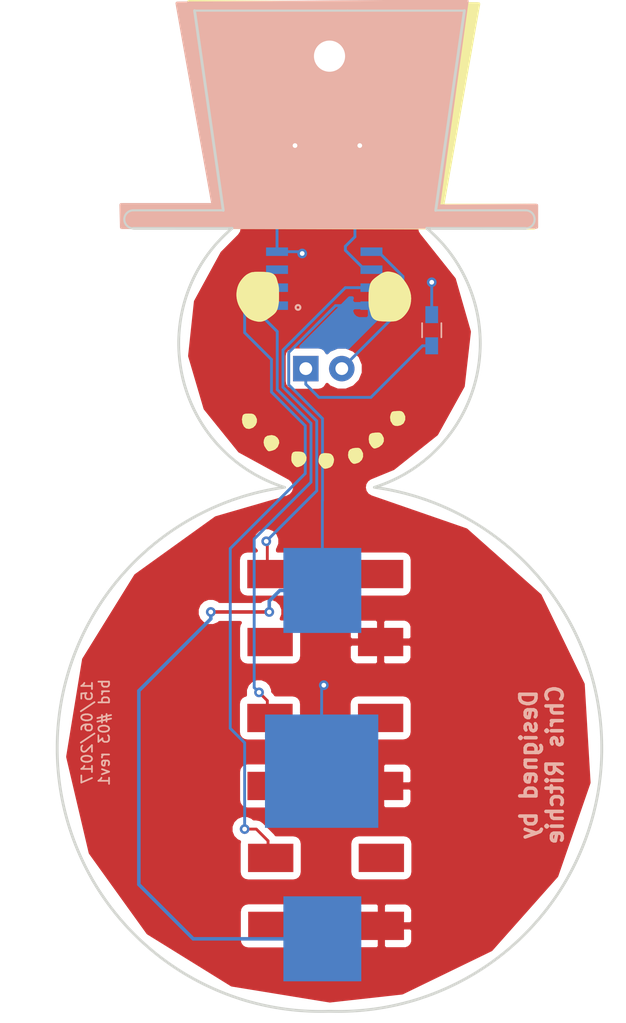
<source format=kicad_pcb>
(kicad_pcb (version 20170123) (host pcbnew no-vcs-found-1fe91e6~59~ubuntu16.04.1)

  (general
    (thickness 1.6)
    (drawings 18)
    (tracks 95)
    (zones 0)
    (modules 13)
    (nets 10)
  )

  (page A4)
  (layers
    (0 F.Cu signal)
    (31 B.Cu signal)
    (32 B.Adhes user)
    (33 F.Adhes user)
    (34 B.Paste user)
    (35 F.Paste user)
    (36 B.SilkS user hide)
    (37 F.SilkS user)
    (38 B.Mask user hide)
    (39 F.Mask user)
    (40 Dwgs.User user)
    (41 Cmts.User user)
    (42 Eco1.User user)
    (43 Eco2.User user)
    (44 Edge.Cuts user)
    (45 Margin user)
    (46 B.CrtYd user)
    (47 F.CrtYd user)
    (48 B.Fab user hide)
    (49 F.Fab user hide)
  )

  (setup
    (last_trace_width 0.25)
    (trace_clearance 0.2032)
    (zone_clearance 0.508)
    (zone_45_only no)
    (trace_min 0.2032)
    (segment_width 0.2)
    (edge_width 0.2)
    (via_size 0.6858)
    (via_drill 0.3302)
    (via_min_size 0.6858)
    (via_min_drill 0.3302)
    (uvia_size 0.762)
    (uvia_drill 0.508)
    (uvias_allowed no)
    (uvia_min_size 0.2)
    (uvia_min_drill 0.1)
    (pcb_text_width 0.3)
    (pcb_text_size 1.5 1.5)
    (mod_edge_width 0.15)
    (mod_text_size 1 1)
    (mod_text_width 0.15)
    (pad_size 1.524 1.524)
    (pad_drill 0.762)
    (pad_to_mask_clearance 0.2)
    (aux_axis_origin 0 0)
    (grid_origin 160.424436 66.585083)
    (visible_elements FFFFFF7F)
    (pcbplotparams
      (layerselection 0x010f0_ffffffff)
      (usegerberextensions true)
      (usegerberattributes true)
      (usegerberadvancedattributes true)
      (creategerberjobfile true)
      (excludeedgelayer true)
      (linewidth 0.100000)
      (plotframeref false)
      (viasonmask false)
      (mode 1)
      (useauxorigin false)
      (hpglpennumber 1)
      (hpglpenspeed 20)
      (hpglpendiameter 15)
      (psnegative false)
      (psa4output false)
      (plotreference true)
      (plotvalue true)
      (plotinvisibletext false)
      (padsonsilk false)
      (subtractmaskfromsilk false)
      (outputformat 1)
      (mirror false)
      (drillshape 0)
      (scaleselection 1)
      (outputdirectory GERBER/))
  )

  (net 0 "")
  (net 1 GND)
  (net 2 /VCC)
  (net 3 "Net-(D1-Pad2)")
  (net 4 "Net-(D1-Pad1)")
  (net 5 "Net-(PIEZO1-Pad2)")
  (net 6 "Net-(SW1-Pad1)")
  (net 7 "Net-(SW2-Pad1)")
  (net 8 "Net-(SW3-Pad1)")
  (net 9 "Net-(U1-Pad1)")

  (net_class Default "This is the default net class."
    (clearance 0.2032)
    (trace_width 0.25)
    (via_dia 0.6858)
    (via_drill 0.3302)
    (uvia_dia 0.762)
    (uvia_drill 0.508)
    (add_net /VCC)
    (add_net GND)
    (add_net "Net-(D1-Pad1)")
    (add_net "Net-(D1-Pad2)")
    (add_net "Net-(PIEZO1-Pad2)")
    (add_net "Net-(SW1-Pad1)")
    (add_net "Net-(SW2-Pad1)")
    (add_net "Net-(SW3-Pad1)")
    (add_net "Net-(U1-Pad1)")
  )

  (module nose:LED_D3.0mm_NoSilkS (layer F.Cu) (tedit 59699853) (tstamp 5938D333)
    (at 158.75 77.216)
    (descr "LED, diameter 3.0mm, 2 pins")
    (tags "LED diameter 3.0mm 2 pins")
    (path /59380BF5)
    (fp_text reference D1 (at 1.27 -2.96) (layer F.Fab)
      (effects (font (size 1 1) (thickness 0.15)))
    )
    (fp_text value LED (at 1.27 2.96) (layer F.Fab)
      (effects (font (size 1 1) (thickness 0.15)))
    )
    (fp_arc (start 1.27 0) (end -0.23 -1.16619) (angle 284.3) (layer F.Fab) (width 0.1))
    (fp_arc (start 1.27 0) (end -0.29 -1.235516) (angle 108.8) (layer F.Fab) (width 0.12))
    (fp_arc (start 1.27 0) (end -0.29 1.235516) (angle -108.8) (layer F.Fab) (width 0.12))
    (fp_arc (start 1.27 0) (end 0.229039 -1.08) (angle 87.9) (layer F.Fab) (width 0.12))
    (fp_arc (start 1.27 0) (end 0.229039 1.08) (angle -87.9) (layer F.Fab) (width 0.12))
    (fp_circle (center 1.27 0) (end 2.77 0) (layer F.Fab) (width 0.1))
    (fp_line (start -0.23 -1.16619) (end -0.23 1.16619) (layer F.Fab) (width 0.1))
    (fp_line (start -0.29 -1.236) (end -0.29 -1.08) (layer F.Fab) (width 0.12))
    (fp_line (start -0.29 1.08) (end -0.29 1.236) (layer F.Fab) (width 0.12))
    (fp_line (start -1.15 -2.25) (end -1.15 2.25) (layer F.CrtYd) (width 0.05))
    (fp_line (start -1.15 2.25) (end 3.7 2.25) (layer F.CrtYd) (width 0.05))
    (fp_line (start 3.7 2.25) (end 3.7 -2.25) (layer F.CrtYd) (width 0.05))
    (fp_line (start 3.7 -2.25) (end -1.15 -2.25) (layer F.CrtYd) (width 0.05))
    (pad 1 thru_hole rect (at 0 0) (size 1.8 1.8) (drill 0.9) (layers *.Cu *.Mask)
      (net 4 "Net-(D1-Pad1)"))
    (pad 2 thru_hole circle (at 2.54 0) (size 1.8 1.8) (drill 0.9) (layers *.Cu *.Mask)
      (net 3 "Net-(D1-Pad2)"))
    (model LEDs.3dshapes/LED_D3.0mm.wrl
      (at (xyz 0 0 0))
      (scale (xyz 0.393701 0.393701 0.393701))
      (rotate (xyz 0 0 0))
    )
  )

  (module Piezo:Piezo-PKMCS0909E4000-R1 (layer F.Cu) (tedit 596051AA) (tstamp 5938D339)
    (at 160.02 60.706)
    (path /59382115)
    (fp_text reference PIEZO1 (at 0 -2.5908) (layer F.Fab)
      (effects (font (size 1 1) (thickness 0.15)))
    )
    (fp_text value PIEZO (at 0 2.8448) (layer F.Fab)
      (effects (font (size 1 1) (thickness 0.15)))
    )
    (pad 1 smd rect (at -3.89 -0.07) (size 1.4 3.2) (layers F.Cu F.Paste F.Mask)
      (net 1 GND))
    (pad 2 smd rect (at 4.49 -0.07) (size 1.4 3.2) (layers F.Cu F.Paste F.Mask)
      (net 5 "Net-(PIEZO1-Pad2)"))
  )

  (module ATTiny85:ATTiny85-20SU (layer B.Cu) (tedit 595FE72A) (tstamp 5938D38F)
    (at 160.02 70.866)
    (descr "8-Lead Plastic Small Outline (SN) - Narrow, 3.90 mm Body [SOIC] (see Microchip Packaging Specification 00000049BS.pdf)")
    (tags "SOIC 1.27")
    (path /59380980)
    (attr smd)
    (fp_text reference U1 (at 0 3.5) (layer B.Fab)
      (effects (font (size 1 1) (thickness 0.15)) (justify mirror))
    )
    (fp_text value ATTINY85-20SU (at 0 -3.5) (layer B.Fab) hide
      (effects (font (size 1 1) (thickness 0.15)) (justify mirror))
    )
    (fp_circle (center -1.82 2.03) (end -1.67 1.96) (layer B.SilkS) (width 0.15))
    (fp_line (start -0.95 2.45) (end 1.95 2.45) (layer B.Fab) (width 0.15))
    (fp_line (start 1.95 2.45) (end 1.95 -2.45) (layer B.Fab) (width 0.15))
    (fp_line (start 1.95 -2.45) (end -1.95 -2.45) (layer B.Fab) (width 0.15))
    (fp_line (start -1.95 -2.45) (end -1.95 1.45) (layer B.Fab) (width 0.15))
    (fp_line (start -1.95 1.45) (end -0.95 2.45) (layer B.Fab) (width 0.15))
    (fp_line (start -3.75 2.75) (end -3.75 -2.75) (layer B.CrtYd) (width 0.05))
    (fp_line (start 3.75 2.75) (end 3.75 -2.75) (layer B.CrtYd) (width 0.05))
    (fp_line (start -3.75 2.75) (end 3.75 2.75) (layer B.CrtYd) (width 0.05))
    (fp_line (start -3.75 -2.75) (end 3.75 -2.75) (layer B.CrtYd) (width 0.05))
    (fp_line (start -2.075 2.575) (end -2.075 2.525) (layer B.Fab) (width 0.15))
    (fp_line (start 2.075 2.575) (end 2.075 2.43) (layer B.Fab) (width 0.15))
    (fp_line (start 2.075 -2.575) (end 2.075 -2.43) (layer B.Fab) (width 0.15))
    (fp_line (start -2.075 -2.575) (end -2.075 -2.43) (layer B.Fab) (width 0.15))
    (fp_line (start -2.075 2.575) (end 2.075 2.575) (layer B.Fab) (width 0.15))
    (fp_line (start -2.075 -2.575) (end 2.075 -2.575) (layer B.Fab) (width 0.15))
    (fp_line (start -2.075 2.525) (end -3.475 2.525) (layer B.Fab) (width 0.15))
    (pad 1 smd rect (at -3.302 1.905) (size 1.55 0.6) (layers B.Cu B.Paste B.Mask)
      (net 9 "Net-(U1-Pad1)"))
    (pad 2 smd rect (at -3.302 0.635) (size 1.55 0.6) (layers B.Cu B.Paste B.Mask)
      (net 7 "Net-(SW2-Pad1)"))
    (pad 3 smd rect (at -3.302 -0.635) (size 1.55 0.6) (layers B.Cu B.Paste B.Mask)
      (net 8 "Net-(SW3-Pad1)"))
    (pad 4 smd rect (at -3.302 -1.905) (size 1.55 0.6) (layers B.Cu B.Paste B.Mask)
      (net 1 GND))
    (pad 5 smd rect (at 3.3655 -1.905) (size 1.55 0.6) (layers B.Cu B.Paste B.Mask)
      (net 3 "Net-(D1-Pad2)"))
    (pad 6 smd rect (at 3.3655 -0.635) (size 1.55 0.6) (layers B.Cu B.Paste B.Mask)
      (net 5 "Net-(PIEZO1-Pad2)"))
    (pad 7 smd rect (at 3.3655 0.635) (size 1.55 0.6) (layers B.Cu B.Paste B.Mask)
      (net 6 "Net-(SW1-Pad1)"))
    (pad 8 smd rect (at 3.3655 1.905) (size 1.55 0.6) (layers B.Cu B.Paste B.Mask)
      (net 2 /VCC))
    (model Housings_SOIC.3dshapes/SOIC-8_3.9x4.9mm_Pitch1.27mm.wrl
      (at (xyz 0 0 0))
      (scale (xyz 1 1 1))
      (rotate (xyz 0 0 0))
    )
  )

  (module Buttons:Button_SMD-PTS525SM15SMTR2-LFS (layer F.Cu) (tedit 594279FF) (tstamp 5938D373)
    (at 160.0716 114.1824)
    (path /59380F75)
    (fp_text reference SW3 (at 0 -4.9784) (layer F.Fab)
      (effects (font (size 1 1) (thickness 0.15)))
    )
    (fp_text value SW_SPST (at 0.0508 4.9784) (layer F.Fab)
      (effects (font (size 1 1) (thickness 0.15)))
    )
    (pad 4 smd rect (at 4.0124 2.3776) (size 3.2 2) (layers F.Cu F.Paste F.Mask)
      (net 1 GND))
    (pad 3 smd rect (at -3.79 2.38) (size 3.2 2) (layers F.Cu F.Paste F.Mask))
    (pad 2 smd rect (at 4.0124 -2.4224) (size 3.2 2) (layers F.Cu F.Paste F.Mask))
    (pad 1 smd rect (at -3.8 -2.42) (size 3.2 2) (layers F.Cu F.Paste F.Mask)
      (net 8 "Net-(SW3-Pad1)"))
  )

  (module Buttons:Button_SMD-PTS525SM15SMTR2-LFS (layer F.Cu) (tedit 594279FF) (tstamp 5938D363)
    (at 160.02 94.1424)
    (path /59380F18)
    (fp_text reference SW1 (at 0 -4.9784) (layer F.Fab)
      (effects (font (size 1 1) (thickness 0.15)))
    )
    (fp_text value SW_SPST (at 0.0508 4.9784) (layer F.Fab)
      (effects (font (size 1 1) (thickness 0.15)))
    )
    (pad 4 smd rect (at 4.0124 2.3776) (size 3.2 2) (layers F.Cu F.Paste F.Mask)
      (net 1 GND))
    (pad 3 smd rect (at -3.79 2.38) (size 3.2 2) (layers F.Cu F.Paste F.Mask))
    (pad 2 smd rect (at 4.0124 -2.4224) (size 3.2 2) (layers F.Cu F.Paste F.Mask))
    (pad 1 smd rect (at -3.8 -2.42) (size 3.2 2) (layers F.Cu F.Paste F.Mask)
      (net 6 "Net-(SW1-Pad1)"))
  )

  (module Buttons:Button_SMD-PTS525SM15SMTR2-LFS (layer F.Cu) (tedit 594279FF) (tstamp 5938D36B)
    (at 160.02 104.3024)
    (path /59380E68)
    (fp_text reference SW2 (at 0 -4.9784) (layer F.Fab)
      (effects (font (size 1 1) (thickness 0.15)))
    )
    (fp_text value SW_SPST (at 0.0508 4.9784) (layer F.Fab)
      (effects (font (size 1 1) (thickness 0.15)))
    )
    (pad 4 smd rect (at 4.0124 2.3776) (size 3.2 2) (layers F.Cu F.Paste F.Mask)
      (net 1 GND))
    (pad 3 smd rect (at -3.79 2.38) (size 3.2 2) (layers F.Cu F.Paste F.Mask))
    (pad 2 smd rect (at 4.0124 -2.4224) (size 3.2 2) (layers F.Cu F.Paste F.Mask))
    (pad 1 smd rect (at -3.8 -2.42) (size 3.2 2) (layers F.Cu F.Paste F.Mask)
      (net 7 "Net-(SW2-Pad1)"))
  )

  (module Mounting_Holes:MountingHole_2.2mm_M2 (layer F.Cu) (tedit 59419735) (tstamp 593F4F53)
    (at 160.424436 55.155083)
    (descr "Mounting Hole 2.2mm, no annular, M2")
    (tags "mounting hole 2.2mm no annular m2")
    (fp_text reference REF** (at 0 -3.2) (layer F.Fab) hide
      (effects (font (size 1 1) (thickness 0.15)))
    )
    (fp_text value MountingHole_2.2mm_M2 (at 0 3.2) (layer F.Fab)
      (effects (font (size 1 1) (thickness 0.15)))
    )
    (fp_circle (center 0 0) (end 2.2 0) (layer Cmts.User) (width 0.15))
    (fp_circle (center 0 0) (end 2.45 0) (layer F.CrtYd) (width 0.05))
    (pad 1 np_thru_hole circle (at 0 0) (size 2.2 2.2) (drill 2.2) (layers *.Cu *.Mask))
  )

  (module logo:logoSolder (layer B.Cu) (tedit 58FF61F7) (tstamp 593D4056)
    (at 171.600436 100.367083 270)
    (fp_text reference G*** (at -0.635 -8.5725 270) (layer B.SilkS) hide
      (effects (font (thickness 0.3)) (justify mirror))
    )
    (fp_text value LOGO (at 0.254 7.9375 270) (layer B.SilkS) hide
      (effects (font (thickness 0.3)) (justify mirror))
    )
    (fp_poly (pts (xy 0.85912 4.312342) (xy 0.862192 4.293962) (xy 0.837206 4.260752) (xy 0.782199 4.210604)
      (xy 0.695206 4.141412) (xy 0.596357 4.06731) (xy 0.49441 3.991263) (xy 0.395803 3.916118)
      (xy 0.309632 3.848917) (xy 0.244994 3.7967) (xy 0.227176 3.78156) (xy 0.126268 3.693584)
      (xy 0.290676 3.683973) (xy 0.395739 3.679117) (xy 0.517996 3.675352) (xy 0.632304 3.67344)
      (xy 0.64031 3.67339) (xy 0.722924 3.671429) (xy 0.786549 3.667011) (xy 0.821609 3.660934)
      (xy 0.825519 3.657959) (xy 0.808674 3.632462) (xy 0.76441 3.592798) (xy 0.70207 3.545792)
      (xy 0.630998 3.498267) (xy 0.560536 3.45705) (xy 0.528301 3.440867) (xy 0.424359 3.404646)
      (xy 0.315157 3.387039) (xy 0.208823 3.386942) (xy 0.113488 3.403249) (xy 0.037281 3.434854)
      (xy -0.011667 3.480654) (xy -0.024814 3.516055) (xy -0.030754 3.534772) (xy -0.044901 3.537822)
      (xy -0.07294 3.521962) (xy -0.120556 3.483946) (xy -0.193432 3.420531) (xy -0.195716 3.418512)
      (xy -0.262917 3.358047) (xy -0.315492 3.308656) (xy -0.347102 3.27643) (xy -0.353276 3.267221)
      (xy -0.330944 3.268325) (xy -0.282845 3.278839) (xy -0.263393 3.284026) (xy -0.19846 3.294188)
      (xy -0.10332 3.298836) (xy 0.010199 3.297491) (xy 0.03835 3.296249) (xy 0.205803 3.294069)
      (xy 0.339024 3.305823) (xy 0.376842 3.313208) (xy 0.442227 3.327242) (xy 0.488309 3.334937)
      (xy 0.503093 3.33513) (xy 0.493737 3.31764) (xy 0.458613 3.282898) (xy 0.406467 3.238162)
      (xy 0.346045 3.190696) (xy 0.286093 3.14776) (xy 0.249303 3.124414) (xy 0.153855 3.082622)
      (xy 0.038645 3.053638) (xy -0.085524 3.037949) (xy -0.207848 3.036038) (xy -0.317522 3.048392)
      (xy -0.403743 3.075495) (xy -0.433443 3.093743) (xy -0.486685 3.135623) (xy -0.585441 3.05477)
      (xy -0.633194 3.011702) (xy -0.704042 2.942609) (xy -0.792805 2.852972) (xy -0.894304 2.74827)
      (xy -1.00336 2.633986) (xy -1.114792 2.515598) (xy -1.223422 2.39859) (xy -1.324068 2.28844)
      (xy -1.411552 2.190631) (xy -1.480694 2.110642) (xy -1.502012 2.084917) (xy -1.7304 1.778407)
      (xy -1.948424 1.434021) (xy -2.15477 1.055238) (xy -2.348128 0.645536) (xy -2.527186 0.208393)
      (xy -2.690633 -0.252713) (xy -2.837159 -0.734303) (xy -2.96545 -1.2329) (xy -3.074196 -1.745024)
      (xy -3.162086 -2.267199) (xy -3.173854 -2.3495) (xy -3.189948 -2.464835) (xy -3.204706 -2.570612)
      (xy -3.216775 -2.657117) (xy -3.224798 -2.71464) (xy -3.226338 -2.725682) (xy -3.227948 -2.770083)
      (xy -3.218046 -2.783584) (xy -3.216079 -2.782641) (xy -3.196681 -2.753582) (xy -3.196166 -2.74829)
      (xy -3.186734 -2.716968) (xy -3.160754 -2.65539) (xy -3.121709 -2.570595) (xy -3.073076 -2.469626)
      (xy -3.018336 -2.359523) (xy -2.960968 -2.247326) (xy -2.904453 -2.140076) (xy -2.852269 -2.044814)
      (xy -2.824836 -1.996938) (xy -2.539767 -1.534628) (xy -2.232445 -1.081002) (xy -1.90705 -0.641121)
      (xy -1.56776 -0.220041) (xy -1.218755 0.177179) (xy -0.864214 0.545481) (xy -0.508317 0.879806)
      (xy -0.300442 1.058207) (xy -0.212904 1.131456) (xy -0.154646 1.182948) (xy -0.12172 1.217153)
      (xy -0.110176 1.238542) (xy -0.116067 1.251587) (xy -0.125107 1.256735) (xy -0.168912 1.298619)
      (xy -0.19815 1.375872) (xy -0.211149 1.483543) (xy -0.211666 1.513195) (xy -0.192899 1.6347)
      (xy -0.138716 1.76697) (xy -0.052301 1.903378) (xy 0.015789 1.986811) (xy 0.116873 2.100371)
      (xy 0.110154 1.849228) (xy 0.105674 1.73682) (xy 0.098764 1.627434) (xy 0.090447 1.53514)
      (xy 0.083523 1.483375) (xy 0.073611 1.419232) (xy 0.069061 1.374887) (xy 0.06988 1.362398)
      (xy 0.088798 1.370585) (xy 0.132821 1.397999) (xy 0.192844 1.438933) (xy 0.199743 1.44381)
      (xy 0.262481 1.489532) (xy 0.294488 1.517769) (xy 0.30025 1.534528) (xy 0.284252 1.545819)
      (xy 0.277778 1.548344) (xy 0.227857 1.588608) (xy 0.199258 1.662644) (xy 0.192498 1.767353)
      (xy 0.208092 1.899641) (xy 0.214208 1.930417) (xy 0.227017 1.980673) (xy 0.245475 2.024198)
      (xy 0.275345 2.069108) (xy 0.322392 2.123513) (xy 0.392379 2.195529) (xy 0.427095 2.2301)
      (xy 0.499182 2.300275) (xy 0.560027 2.357091) (xy 0.603697 2.395184) (xy 0.62426 2.409189)
      (xy 0.624899 2.40899) (xy 0.621931 2.386593) (xy 0.605883 2.336101) (xy 0.580217 2.268388)
      (xy 0.57987 2.267527) (xy 0.544093 2.156901) (xy 0.522785 2.032241) (xy 0.51538 1.94047)
      (xy 0.50843 1.846382) (xy 0.499176 1.761897) (xy 0.489222 1.700659) (xy 0.485434 1.685822)
      (xy 0.466321 1.625394) (xy 0.521397 1.661481) (xy 0.622564 1.724167) (xy 0.739063 1.790463)
      (xy 0.864676 1.857445) (xy 0.993188 1.922189) (xy 1.118384 1.981772) (xy 1.234049 2.03327)
      (xy 1.333966 2.073761) (xy 1.41192 2.100321) (xy 1.461696 2.110026) (xy 1.472094 2.108625)
      (xy 1.495515 2.091652) (xy 1.481924 2.064062) (xy 1.481459 2.0635) (xy 1.447337 2.036838)
      (xy 1.429749 2.032) (xy 1.403047 2.02297) (xy 1.345442 1.997982) (xy 1.263801 1.960195)
      (xy 1.164994 1.912767) (xy 1.088382 1.87507) (xy 0.711059 1.669224) (xy 0.338283 1.428542)
      (xy -0.032548 1.151112) (xy -0.404036 0.835019) (xy -0.685048 0.571036) (xy -1.021461 0.242487)
      (xy -0.865272 0.241287) (xy -0.783758 0.240166) (xy -0.673694 0.23797) (xy -0.548839 0.235004)
      (xy -0.422954 0.231573) (xy -0.409227 0.231169) (xy -0.109371 0.22225) (xy -0.208144 0.160617)
      (xy -0.38794 0.063657) (xy -0.556355 0.003792) (xy -0.671522 -0.015941) (xy -0.772045 -0.017483)
      (xy -0.881395 -0.008348) (xy -0.985819 0.009313) (xy -1.071561 0.03335) (xy -1.113713 0.053206)
      (xy -1.144889 0.068017) (xy -1.172181 0.060852) (xy -1.209219 0.02678) (xy -1.22065 0.01451)
      (xy -1.263697 -0.031786) (xy -1.292257 -0.065669) (xy -1.302315 -0.088977) (xy -1.289852 -0.103545)
      (xy -1.250853 -0.111209) (xy -1.181299 -0.113806) (xy -1.077175 -0.113172) (xy -0.945451 -0.111288)
      (xy -0.560916 -0.106159) (xy -0.624416 -0.160851) (xy -0.676686 -0.198489) (xy -0.750955 -0.243178)
      (xy -0.8255 -0.282396) (xy -0.906583 -0.318774) (xy -0.973404 -0.338541) (xy -1.0461 -0.346023)
      (xy -1.121833 -0.346077) (xy -1.216991 -0.340006) (xy -1.310983 -0.327227) (xy -1.380138 -0.311404)
      (xy -1.479694 -0.279903) (xy -1.556282 -0.378076) (xy -1.63287 -0.47625) (xy -1.488477 -0.492781)
      (xy -1.385281 -0.500028) (xy -1.270224 -0.501414) (xy -1.195916 -0.498383) (xy -1.04775 -0.487454)
      (xy -1.100465 -0.531699) (xy -1.220429 -0.611824) (xy -1.35328 -0.665814) (xy -1.488436 -0.691064)
      (xy -1.61532 -0.684967) (xy -1.667018 -0.671261) (xy -1.75712 -0.639852) (xy -1.820476 -0.719847)
      (xy -1.85762 -0.769762) (xy -1.880418 -0.806211) (xy -1.883833 -0.815623) (xy -1.864364 -0.820885)
      (xy -1.812463 -0.823102) (xy -1.737894 -0.822672) (xy -1.650418 -0.819997) (xy -1.559798 -0.815475)
      (xy -1.475794 -0.809508) (xy -1.408169 -0.802496) (xy -1.366686 -0.794838) (xy -1.36525 -0.794369)
      (xy -1.349142 -0.794562) (xy -1.361083 -0.813512) (xy -1.394488 -0.845631) (xy -1.442776 -0.88533)
      (xy -1.499362 -0.92702) (xy -1.557663 -0.965112) (xy -1.584735 -0.980702) (xy -1.694393 -1.026332)
      (xy -1.808956 -1.04266) (xy -1.942697 -1.031656) (xy -1.94784 -1.03081) (xy -2.043596 -1.014841)
      (xy -2.237973 -1.306462) (xy -2.511516 -1.736256) (xy -2.750755 -2.15312) (xy -2.954681 -2.555151)
      (xy -3.122286 -2.940444) (xy -3.171569 -3.06933) (xy -3.21662 -3.195423) (xy -3.248012 -3.294669)
      (xy -3.268687 -3.379164) (xy -3.281584 -3.461005) (xy -3.289642 -3.552287) (xy -3.289896 -3.556163)
      (xy -3.297307 -3.666888) (xy -3.305421 -3.782807) (xy -3.312774 -3.883078) (xy -3.314476 -3.90525)
      (xy -3.326011 -4.053416) (xy -3.075441 -3.556) (xy -2.851945 -3.131519) (xy -2.627911 -2.744106)
      (xy -2.403966 -2.39464) (xy -2.180736 -2.084001) (xy -1.958848 -1.813069) (xy -1.738928 -1.582723)
      (xy -1.552943 -1.418636) (xy -1.266505 -1.20875) (xy -0.95193 -1.015271) (xy -0.622496 -0.845823)
      (xy -0.359833 -0.733716) (xy -0.229613 -0.683933) (xy -0.137569 -0.650224) (xy -0.082769 -0.632463)
      (xy -0.064278 -0.630522) (xy -0.081163 -0.644275) (xy -0.132491 -0.673595) (xy -0.206894 -0.712945)
      (xy -0.460333 -0.862724) (xy -0.720293 -1.051349) (xy -0.98427 -1.276303) (xy -1.249759 -1.535072)
      (xy -1.514257 -1.82514) (xy -1.775261 -2.143992) (xy -2.030265 -2.489113) (xy -2.152234 -2.667)
      (xy -2.22854 -2.782848) (xy -2.300998 -2.897093) (xy -2.37181 -3.013861) (xy -2.443173 -3.137276)
      (xy -2.517286 -3.271464) (xy -2.59635 -3.420552) (xy -2.682563 -3.588665) (xy -2.778124 -3.779928)
      (xy -2.885233 -3.998467) (xy -3.006089 -4.248408) (xy -3.103825 -4.45216) (xy -3.3655 -4.99907)
      (xy -3.3655 -5.6515) (xy -3.549284 -5.6515) (xy -3.541543 -5.445125) (xy -3.538155 -5.359305)
      (xy -3.533265 -5.241538) (xy -3.527315 -5.102163) (xy -3.520749 -4.951522) (xy -3.514007 -4.799954)
      (xy -3.513151 -4.780953) (xy -3.504803 -4.590615) (xy -3.498746 -4.439218) (xy -3.494917 -4.323434)
      (xy -3.493253 -4.239937) (xy -3.493693 -4.185398) (xy -3.496174 -4.156491) (xy -3.500632 -4.149888)
      (xy -3.50129 -4.15043) (xy -3.510455 -4.175949) (xy -3.525914 -4.237287) (xy -3.546532 -4.328589)
      (xy -3.571171 -4.443999) (xy -3.598695 -4.577661) (xy -3.627967 -4.723719) (xy -3.657849 -4.876316)
      (xy -3.687207 -5.029597) (xy -3.714902 -5.177706) (xy -3.739798 -5.314786) (xy -3.760758 -5.434982)
      (xy -3.776646 -5.532437) (xy -3.786325 -5.601296) (xy -3.788833 -5.63173) (xy -3.807615 -5.644111)
      (xy -3.854532 -5.650996) (xy -3.8735 -5.6515) (xy -3.933341 -5.645327) (xy -3.957811 -5.627903)
      (xy -3.958121 -5.625041) (xy -3.95339 -5.567102) (xy -3.940148 -5.474062) (xy -3.919626 -5.352016)
      (xy -3.893055 -5.207059) (xy -3.861665 -5.045289) (xy -3.826686 -4.8728) (xy -3.789349 -4.695688)
      (xy -3.750884 -4.52005) (xy -3.712522 -4.35198) (xy -3.675493 -4.197575) (xy -3.648575 -4.091496)
      (xy -3.575477 -3.812075) (xy -3.628157 -3.435329) (xy -3.674199 -3.083794) (xy -3.714159 -2.733143)
      (xy -3.747556 -2.389679) (xy -3.773912 -2.059705) (xy -3.792747 -1.749523) (xy -3.803582 -1.465436)
      (xy -3.805937 -1.213747) (xy -3.804298 -1.119789) (xy -3.799012 -0.961951) (xy -3.791712 -0.833391)
      (xy -3.78097 -0.721054) (xy -3.765361 -0.61189) (xy -3.743457 -0.492845) (xy -3.727015 -0.41275)
      (xy -3.664434 -0.12826) (xy -3.596907 0.155366) (xy -3.526865 0.428775) (xy -3.456739 0.682612)
      (xy -3.388961 0.907523) (xy -3.363581 0.985704) (xy -3.325781 1.097301) (xy -3.290946 1.194081)
      (xy -3.255587 1.283805) (xy -3.216215 1.374233) (xy -3.169341 1.473126) (xy -3.111477 1.588244)
      (xy -3.039135 1.727348) (xy -2.978886 1.8415) (xy -2.920116 1.957622) (xy -2.858366 2.088063)
      (xy -2.802856 2.21301) (xy -2.777045 2.275417) (xy -2.747059 2.354308) (xy -2.710033 2.457038)
      (xy -2.668237 2.576747) (xy -2.623936 2.706575) (xy -2.5794 2.839664) (xy -2.536893 2.969153)
      (xy -2.498685 3.088184) (xy -2.467043 3.189896) (xy -2.444233 3.267431) (xy -2.432523 3.313929)
      (xy -2.431517 3.320757) (xy -2.427127 3.322958) (xy -2.418853 3.290789) (xy -2.413214 3.259667)
      (xy -2.407577 3.184449) (xy -2.408605 3.077088) (xy -2.415613 2.947132) (xy -2.427918 2.804131)
      (xy -2.444836 2.657633) (xy -2.465683 2.517185) (xy -2.46692 2.509884) (xy -2.497333 2.348623)
      (xy -2.534776 2.182944) (xy -2.581038 2.006619) (xy -2.637906 1.813421) (xy -2.70717 1.597123)
      (xy -2.790619 1.351496) (xy -2.840469 1.209386) (xy -2.898729 1.043273) (xy -2.956045 0.877108)
      (xy -3.009799 0.718687) (xy -3.057373 0.575801) (xy -3.09615 0.456244) (xy -3.12351 0.367809)
      (xy -3.125851 0.359834) (xy -3.2213 -0.008792) (xy -3.304288 -0.415408) (xy -3.374397 -0.857419)
      (xy -3.431211 -1.332231) (xy -3.470857 -1.788583) (xy -3.476817 -1.894709) (xy -3.481668 -2.028737)
      (xy -3.485401 -2.183698) (xy -3.488004 -2.35262) (xy -3.489466 -2.528536) (xy -3.489778 -2.704475)
      (xy -3.488929 -2.873467) (xy -3.486907 -3.028543) (xy -3.483703 -3.162734) (xy -3.479305 -3.269069)
      (xy -3.473703 -3.340579) (xy -3.473235 -3.344333) (xy -3.464413 -3.408752) (xy -3.458241 -3.434782)
      (xy -3.452205 -3.426051) (xy -3.44388 -3.386666) (xy -3.436344 -3.336153) (xy -3.426687 -3.255071)
      (xy -3.41621 -3.155048) (xy -3.407168 -3.058583) (xy -3.338321 -2.459041) (xy -3.238072 -1.854336)
      (xy -3.108369 -1.252239) (xy -2.951159 -0.660524) (xy -2.768388 -0.086964) (xy -2.562003 0.460669)
      (xy -2.47288 0.671624) (xy -2.387591 0.866997) (xy -2.451321 0.920623) (xy -2.515101 0.999811)
      (xy -2.558183 1.106858) (xy -2.57919 1.231957) (xy -2.576744 1.365301) (xy -2.549466 1.49708)
      (xy -2.537238 1.532242) (xy -2.511117 1.59297) (xy -2.488719 1.631928) (xy -2.476759 1.640577)
      (xy -2.465447 1.615687) (xy -2.454073 1.563176) (xy -2.449346 1.52991) (xy -2.432841 1.447076)
      (xy -2.405388 1.357154) (xy -2.392765 1.324956) (xy -2.36205 1.238751) (xy -2.337611 1.145007)
      (xy -2.331783 1.113289) (xy -2.315351 1.005417) (xy -2.246303 1.139988) (xy -2.177256 1.274559)
      (xy -2.221776 1.305742) (xy -2.315513 1.387778) (xy -2.369799 1.477789) (xy -2.387482 1.582043)
      (xy -2.381286 1.656752) (xy -2.369303 1.716874) (xy -2.35025 1.796095) (xy -2.327455 1.882301)
      (xy -2.304248 1.963374) (xy -2.283959 2.027199) (xy -2.270104 2.061355) (xy -2.259734 2.05121)
      (xy -2.241573 2.008211) (xy -2.218795 1.940392) (xy -2.207733 1.903394) (xy -2.18196 1.819825)
      (xy -2.157529 1.750408) (xy -2.138542 1.706483) (xy -2.133863 1.699134) (xy -2.118958 1.663731)
      (xy -2.104969 1.602017) (xy -2.097966 1.553052) (xy -2.084916 1.4345) (xy -1.995804 1.574492)
      (xy -1.906691 1.714483) (xy -1.966504 1.758705) (xy -2.015144 1.805943) (xy -2.062855 1.869317)
      (xy -2.074212 1.888143) (xy -2.103284 1.950593) (xy -2.114348 2.011989) (xy -2.111254 2.093028)
      (xy -2.101766 2.157536) (xy -2.084534 2.240075) (xy -2.062153 2.331403) (xy -2.037218 2.42228)
      (xy -2.012321 2.503467) (xy -1.990057 2.565722) (xy -1.97302 2.599807) (xy -1.967953 2.6035)
      (xy -1.956954 2.584494) (xy -1.944974 2.535681) (xy -1.938128 2.492996) (xy -1.922334 2.409173)
      (xy -1.89752 2.312592) (xy -1.879417 2.254871) (xy -1.852055 2.158578) (xy -1.830237 2.051816)
      (xy -1.822558 1.995004) (xy -1.80975 1.862758) (xy -1.719791 1.979273) (xy -1.675011 2.039)
      (xy -1.642792 2.085272) (xy -1.629855 2.108414) (xy -1.629833 2.108725) (xy -1.642625 2.130917)
      (xy -1.675083 2.172533) (xy -1.695981 2.197) (xy -1.762249 2.284425) (xy -1.801517 2.369736)
      (xy -1.813825 2.460088) (xy -1.799211 2.562635) (xy -1.757715 2.684532) (xy -1.699395 2.812673)
      (xy -1.599581 3.01625) (xy -1.586901 2.836334) (xy -1.576497 2.739184) (xy -1.560495 2.64571)
      (xy -1.542029 2.573566) (xy -1.538527 2.563798) (xy -1.511547 2.479045) (xy -1.505632 2.406766)
      (xy -1.521079 2.328686) (xy -1.543378 2.264416) (xy -1.583923 2.157711) (xy -1.445119 2.311814)
      (xy -1.345037 2.419678) (xy -1.219797 2.549556) (xy -1.075784 2.695229) (xy -0.919383 2.850477)
      (xy -0.756981 3.009083) (xy -0.594963 3.164827) (xy -0.439714 3.311489) (xy -0.297621 3.442852)
      (xy -0.175067 3.552696) (xy -0.137579 3.585244) (xy -0.010203 3.692886) (xy 0.122408 3.801832)
      (xy 0.25577 3.908688) (xy 0.385402 4.010059) (xy 0.506823 4.102551) (xy 0.615549 4.182769)
      (xy 0.707099 4.247319) (xy 0.77699 4.292806) (xy 0.820741 4.315837) (xy 0.829954 4.318001)
      (xy 0.85912 4.312342)) (layer B.Mask) (width 0.01))
    (fp_poly (pts (xy -2.195417 -0.254) (xy -2.178476 -0.341035) (xy -2.154109 -0.441063) (xy -2.136429 -0.503152)
      (xy -2.114428 -0.587424) (xy -2.099571 -0.669068) (xy -2.0955 -0.717766) (xy -2.106679 -0.793118)
      (xy -2.136206 -0.847277) (xy -2.178069 -0.872458) (xy -2.211916 -0.868502) (xy -2.286532 -0.816899)
      (xy -2.340686 -0.736884) (xy -2.364938 -0.650001) (xy -2.362657 -0.553341) (xy -2.33984 -0.436723)
      (xy -2.300169 -0.31491) (xy -2.258377 -0.222887) (xy -2.213476 -0.137583) (xy -2.195417 -0.254)) (layer B.Mask) (width 0.01))
    (fp_poly (pts (xy -1.860533 0.179917) (xy -1.851471 0.077459) (xy -1.84078 -0.038982) (xy -1.832428 -0.127)
      (xy -1.82575 -0.213394) (xy -1.827399 -0.273426) (xy -1.839446 -0.322602) (xy -1.863957 -0.376428)
      (xy -1.866312 -0.381) (xy -1.904918 -0.4437) (xy -1.942958 -0.474884) (xy -1.973781 -0.482946)
      (xy -2.020037 -0.479422) (xy -2.048597 -0.447809) (xy -2.056717 -0.430029) (xy -2.070084 -0.379592)
      (xy -2.08206 -0.302753) (xy -2.090209 -0.215434) (xy -2.090625 -0.208433) (xy -2.093716 -0.1192)
      (xy -2.088875 -0.055085) (xy -2.073178 0.000828) (xy -2.043701 0.065458) (xy -2.043062 0.066734)
      (xy -2.000614 0.144477) (xy -1.954146 0.219433) (xy -1.929789 0.254) (xy -1.87325 0.328084)
      (xy -1.860533 0.179917)) (layer B.Mask) (width 0.01))
    (fp_poly (pts (xy -1.482221 0.73978) (xy -1.489961 0.691387) (xy -1.495994 0.611205) (xy -1.499781 0.509762)
      (xy -1.500783 0.397585) (xy -1.500652 0.379713) (xy -1.500233 0.259673) (xy -1.502326 0.172984)
      (xy -1.507918 0.110692) (xy -1.517996 0.063841) (xy -1.533549 0.023477) (xy -1.541792 0.006615)
      (xy -1.59001 -0.065708) (xy -1.640946 -0.10224) (xy -1.661802 -0.105833) (xy -1.68066 -0.092841)
      (xy -1.701573 -0.073402) (xy -1.735731 -0.013084) (xy -1.757343 0.086129) (xy -1.766096 0.222605)
      (xy -1.766218 0.265322) (xy -1.753938 0.398774) (xy -1.716002 0.513358) (xy -1.647221 0.620621)
      (xy -1.567146 0.708283) (xy -1.461024 0.812809) (xy -1.482221 0.73978)) (layer B.Mask) (width 0.01))
    (fp_poly (pts (xy -1.122395 1.090431) (xy -1.113573 1.066237) (xy -1.103817 1.010272) (xy -1.094817 0.933018)
      (xy -1.092167 0.903) (xy -1.089448 0.757897) (xy -1.102775 0.612673) (xy -1.1301 0.480101)
      (xy -1.169376 0.372956) (xy -1.180387 0.352386) (xy -1.228552 0.297745) (xy -1.283767 0.277665)
      (xy -1.336706 0.293749) (xy -1.363203 0.321002) (xy -1.385854 0.379856) (xy -1.396918 0.466084)
      (xy -1.396687 0.56643) (xy -1.385449 0.667633) (xy -1.363495 0.756435) (xy -1.353108 0.782629)
      (xy -1.320505 0.844342) (xy -1.277067 0.913346) (xy -1.229215 0.981071) (xy -1.183374 1.038948)
      (xy -1.145966 1.078409) (xy -1.123414 1.090885) (xy -1.122395 1.090431)) (layer B.Mask) (width 0.01))
    (fp_poly (pts (xy -0.324992 0.58049) (xy -0.175315 0.57025) (xy -0.062447 0.561839) (xy 0.039142 0.556128)
      (xy 0.120108 0.553509) (xy 0.171105 0.554373) (xy 0.179227 0.555382) (xy 0.222189 0.559189)
      (xy 0.22711 0.546674) (xy 0.193792 0.517446) (xy 0.142837 0.483855) (xy 0.033959 0.418759)
      (xy -0.053172 0.374619) (xy -0.130834 0.347205) (xy -0.211305 0.332288) (xy -0.306865 0.325637)
      (xy -0.3175 0.325271) (xy -0.4106 0.324666) (xy -0.496194 0.328274) (xy -0.558755 0.335341)
      (xy -0.568549 0.337451) (xy -0.628208 0.35994) (xy -0.673462 0.389236) (xy -0.674181 0.389944)
      (xy -0.696088 0.418502) (xy -0.693409 0.448464) (xy -0.67638 0.482097) (xy -0.643715 0.525413)
      (xy -0.597992 0.5559) (xy -0.533462 0.574567) (xy -0.444377 0.582427) (xy -0.324992 0.58049)) (layer B.Mask) (width 0.01))
    (fp_poly (pts (xy -0.732876 1.447006) (xy -0.735672 1.400411) (xy -0.734206 1.322567) (xy -0.728895 1.224301)
      (xy -0.720158 1.116436) (xy -0.720109 1.11592) (xy -0.709614 0.987133) (xy -0.707574 0.891612)
      (xy -0.71603 0.820777) (xy -0.737022 0.766051) (xy -0.772592 0.718853) (xy -0.82478 0.670606)
      (xy -0.826364 0.669272) (xy -0.887575 0.626257) (xy -0.931691 0.618947) (xy -0.965523 0.648111)
      (xy -0.98533 0.687237) (xy -1.002526 0.75028) (xy -1.013655 0.833087) (xy -1.016 0.887041)
      (xy -1.013146 0.953918) (xy -1.001941 1.013755) (xy -0.97842 1.079555) (xy -0.938617 1.164321)
      (xy -0.920591 1.199929) (xy -0.873339 1.288327) (xy -0.826477 1.369314) (xy -0.787261 1.430606)
      (xy -0.77288 1.449917) (xy -0.720579 1.513417) (xy -0.732876 1.447006)) (layer B.Mask) (width 0.01))
    (fp_poly (pts (xy 0.135097 0.910991) (xy 0.150569 0.90789) (xy 0.224932 0.89564) (xy 0.323976 0.883378)
      (xy 0.430101 0.873192) (xy 0.465667 0.870503) (xy 0.66675 0.85656) (xy 0.53975 0.790494)
      (xy 0.451543 0.748808) (xy 0.356871 0.710401) (xy 0.297783 0.690297) (xy 0.203796 0.67109)
      (xy 0.089545 0.660416) (xy -0.030003 0.658457) (xy -0.139881 0.665398) (xy -0.225123 0.681419)
      (xy -0.232575 0.68382) (xy -0.292895 0.717772) (xy -0.313621 0.762807) (xy -0.293597 0.815551)
      (xy -0.282363 0.829242) (xy -0.208728 0.889618) (xy -0.118549 0.922652) (xy -0.005912 0.929418)
      (xy 0.135097 0.910991)) (layer B.Mask) (width 0.01))
    (fp_poly (pts (xy -1.569917 1.062124) (xy -1.566333 1.058562) (xy -1.581837 1.032764) (xy -1.622297 0.989714)
      (xy -1.678631 0.937331) (xy -1.74176 0.883538) (xy -1.802604 0.836255) (xy -1.852084 0.803403)
      (xy -1.867734 0.795634) (xy -1.979276 0.761141) (xy -2.071021 0.754584) (xy -2.111844 0.763691)
      (xy -2.160511 0.79633) (xy -2.174363 0.839063) (xy -2.15819 0.887037) (xy -2.116784 0.935397)
      (xy -2.054934 0.979289) (xy -1.977432 1.013858) (xy -1.889069 1.034249) (xy -1.8415 1.037624)
      (xy -1.756607 1.042849) (xy -1.669993 1.053935) (xy -1.656291 1.056414) (xy -1.601911 1.06381)
      (xy -1.569917 1.062124)) (layer B.Mask) (width 0.01))
    (fp_poly (pts (xy -0.312708 1.525382) (xy -0.319264 1.368534) (xy -0.33173 1.247202) (xy -0.351824 1.154778)
      (xy -0.381261 1.084654) (xy -0.42176 1.03022) (xy -0.447645 1.006019) (xy -0.516467 0.962245)
      (xy -0.571684 0.957639) (xy -0.612247 0.99225) (xy -0.615615 0.998164) (xy -0.628355 1.048481)
      (xy -0.632893 1.131119) (xy -0.630703 1.20535) (xy -0.615945 1.324246) (xy -0.583245 1.430646)
      (xy -0.527595 1.535477) (xy -0.443989 1.649665) (xy -0.406469 1.694715) (xy -0.305931 1.812514)
      (xy -0.312708 1.525382)) (layer B.Mask) (width 0.01))
    (fp_poly (pts (xy 0.505443 1.236753) (xy 0.59898 1.226138) (xy 0.672389 1.216691) (xy 0.780496 1.202044)
      (xy 0.878499 1.187912) (xy 0.955956 1.175857) (xy 1.002425 1.16744) (xy 1.003868 1.167116)
      (xy 1.034907 1.158762) (xy 1.043138 1.149022) (xy 1.024351 1.1326) (xy 0.974333 1.1042)
      (xy 0.938643 1.085104) (xy 0.762445 1.006909) (xy 0.591832 0.965787) (xy 0.415798 0.959864)
      (xy 0.289715 0.974592) (xy 0.209274 0.994742) (xy 0.14145 1.023625) (xy 0.096741 1.055845)
      (xy 0.084667 1.079988) (xy 0.104061 1.120226) (xy 0.156555 1.162272) (xy 0.233618 1.200262)
      (xy 0.285263 1.217853) (xy 0.337535 1.231722) (xy 0.384882 1.239515) (xy 0.437464 1.241202)
      (xy 0.505443 1.236753)) (layer B.Mask) (width 0.01))
    (fp_poly (pts (xy -1.360116 1.338452) (xy -1.476792 1.244699) (xy -1.61135 1.187388) (xy -1.767741 1.164949)
      (xy -1.798031 1.164491) (xy -1.879648 1.167134) (xy -1.946866 1.173805) (xy -1.986541 1.183134)
      (xy -1.988899 1.184412) (xy -2.008154 1.217644) (xy -1.998365 1.265285) (xy -1.96442 1.316431)
      (xy -1.911209 1.360177) (xy -1.909696 1.361068) (xy -1.873006 1.37852) (xy -1.827548 1.390516)
      (xy -1.764717 1.398146) (xy -1.675909 1.402501) (xy -1.566822 1.40452) (xy -1.293102 1.407584)
      (xy -1.360116 1.338452)) (layer B.Mask) (width 0.01))
    (fp_poly (pts (xy 0.878212 1.550272) (xy 0.987699 1.539553) (xy 1.09964 1.524386) (xy 1.213299 1.508358)
      (xy 1.319369 1.494112) (xy 1.406991 1.483059) (xy 1.465306 1.476611) (xy 1.471084 1.476109)
      (xy 1.55575 1.469271) (xy 1.397 1.393189) (xy 1.209306 1.318152) (xy 1.028751 1.279069)
      (xy 0.843236 1.274185) (xy 0.695784 1.291534) (xy 0.614268 1.310227) (xy 0.550363 1.334124)
      (xy 0.513731 1.359107) (xy 0.508673 1.371287) (xy 0.526513 1.40827) (xy 0.570159 1.454125)
      (xy 0.616528 1.489282) (xy 0.672525 1.521346) (xy 0.729133 1.541787) (xy 0.794859 1.551223)
      (xy 0.878212 1.550272)) (layer B.Mask) (width 0.01))
    (fp_poly (pts (xy -0.890977 1.833773) (xy -0.923081 1.801293) (xy -0.971227 1.759662) (xy -1.029241 1.713976)
      (xy -1.090952 1.669334) (xy -1.150185 1.630836) (xy -1.196709 1.605451) (xy -1.289224 1.571399)
      (xy -1.396494 1.546297) (xy -1.505626 1.531739) (xy -1.603727 1.529322) (xy -1.677905 1.540641)
      (xy -1.688511 1.544596) (xy -1.738803 1.581416) (xy -1.751548 1.628221) (xy -1.728635 1.679608)
      (xy -1.671956 1.730179) (xy -1.612148 1.762675) (xy -1.556667 1.783079) (xy -1.489159 1.798241)
      (xy -1.400656 1.809528) (xy -1.282187 1.818308) (xy -1.227666 1.82126) (xy -1.118574 1.827695)
      (xy -1.022022 1.835131) (xy -0.947311 1.842729) (xy -0.90374 1.849649) (xy -0.899583 1.850878)
      (xy -0.881087 1.852) (xy -0.890977 1.833773)) (layer B.Mask) (width 0.01))
    (fp_poly (pts (xy 1.404268 1.84546) (xy 1.502475 1.831396) (xy 1.607804 1.812172) (xy 1.722821 1.794189)
      (xy 1.80975 1.78288) (xy 1.957917 1.766411) (xy 1.857267 1.706631) (xy 1.720402 1.634523)
      (xy 1.594144 1.590406) (xy 1.462191 1.569593) (xy 1.369508 1.566334) (xy 1.267626 1.569176)
      (xy 1.192795 1.579469) (xy 1.130005 1.599865) (xy 1.09986 1.613959) (xy 1.035669 1.657635)
      (xy 1.009374 1.70179) (xy 1.016634 1.74408) (xy 1.053106 1.782158) (xy 1.114448 1.813681)
      (xy 1.196317 1.836302) (xy 1.294371 1.847677) (xy 1.404268 1.84546)) (layer B.Mask) (width 0.01))
    (fp_poly (pts (xy 1.029053 2.617912) (xy 1.025649 2.592917) (xy 1.018559 2.545803) (xy 1.010379 2.468282)
      (xy 1.002257 2.372225) (xy 0.996906 2.295373) (xy 0.984373 2.158805) (xy 0.964135 2.056449)
      (xy 0.932699 1.980392) (xy 0.886571 1.922724) (xy 0.822256 1.875533) (xy 0.807789 1.867153)
      (xy 0.749741 1.835545) (xy 0.714781 1.824085) (xy 0.688868 1.832589) (xy 0.65796 1.860872)
      (xy 0.65371 1.865124) (xy 0.625842 1.902307) (xy 0.615831 1.948786) (xy 0.6187 2.011706)
      (xy 0.649841 2.144196) (xy 0.718998 2.282384) (xy 0.827353 2.428385) (xy 0.889657 2.497667)
      (xy 0.956233 2.567204) (xy 0.998759 2.608393) (xy 1.021583 2.624281) (xy 1.029053 2.617912)) (layer B.Mask) (width 0.01))
    (fp_poly (pts (xy 3.807408 2.734629) (xy 3.757904 2.70902) (xy 3.679837 2.670968) (xy 3.578281 2.622819)
      (xy 3.458309 2.566917) (xy 3.324995 2.50561) (xy 3.183412 2.441244) (xy 3.038635 2.376163)
      (xy 2.895736 2.312714) (xy 2.759789 2.253243) (xy 2.743357 2.246128) (xy 2.62812 2.194753)
      (xy 2.515731 2.141927) (xy 2.417198 2.093004) (xy 2.343532 2.053338) (xy 2.328196 2.044211)
      (xy 2.231884 1.994945) (xy 2.118242 1.952572) (xy 1.9977 1.919368) (xy 1.880683 1.897608)
      (xy 1.77762 1.889568) (xy 1.698937 1.897522) (xy 1.682015 1.90321) (xy 1.615917 1.946031)
      (xy 1.589085 1.998063) (xy 1.601156 2.053628) (xy 1.651767 2.107049) (xy 1.696762 2.13389)
      (xy 1.750353 2.15648) (xy 1.81237 2.173199) (xy 1.892516 2.185795) (xy 2.000493 2.196022)
      (xy 2.067179 2.200743) (xy 2.146391 2.206122) (xy 2.214892 2.211862) (xy 2.277683 2.21939)
      (xy 2.339765 2.230131) (xy 2.406139 2.245512) (xy 2.481806 2.266958) (xy 2.571768 2.295897)
      (xy 2.681025 2.333755) (xy 2.814578 2.381956) (xy 2.977428 2.441929) (xy 3.174577 2.515098)
      (xy 3.191412 2.521354) (xy 3.344587 2.577941) (xy 3.484619 2.629045) (xy 3.606703 2.672964)
      (xy 3.70603 2.70799) (xy 3.777795 2.732421) (xy 3.817192 2.74455) (xy 3.823275 2.745448)
      (xy 3.807408 2.734629)) (layer B.Mask) (width 0.01))
    (fp_poly (pts (xy -0.523093 2.242264) (xy -0.547486 2.215087) (xy -0.586841 2.178635) (xy -0.635043 2.13853)
      (xy -0.685977 2.100391) (xy -0.733529 2.069835) (xy -0.739013 2.066784) (xy -0.840856 2.021499)
      (xy -0.958056 1.985505) (xy -1.081084 1.96003) (xy -1.200409 1.946298) (xy -1.306501 1.945538)
      (xy -1.389829 1.958976) (xy -1.429996 1.977844) (xy -1.457733 2.00876) (xy -1.44991 2.04285)
      (xy -1.44828 2.045574) (xy -1.381294 2.11477) (xy -1.275589 2.166889) (xy -1.13116 2.201931)
      (xy -0.948 2.219897) (xy -0.830245 2.2225) (xy -0.724446 2.224596) (xy -0.634118 2.230336)
      (xy -0.569138 2.238899) (xy -0.54365 2.246322) (xy -0.519776 2.254549) (xy -0.523093 2.242264)) (layer B.Mask) (width 0.01))
    (fp_poly (pts (xy 1.558184 2.809206) (xy 1.554755 2.787231) (xy 1.536885 2.741129) (xy 1.526434 2.718299)
      (xy 1.502921 2.660625) (xy 1.473429 2.576385) (xy 1.44286 2.479926) (xy 1.4298 2.435449)
      (xy 1.393197 2.313214) (xy 1.361637 2.22433) (xy 1.331253 2.160764) (xy 1.298181 2.11448)
      (xy 1.258556 2.077444) (xy 1.256985 2.076203) (xy 1.185424 2.038336) (xy 1.11974 2.038966)
      (xy 1.072197 2.070709) (xy 1.041599 2.133965) (xy 1.038346 2.217732) (xy 1.060179 2.312261)
      (xy 1.104838 2.407803) (xy 1.170065 2.494608) (xy 1.170531 2.495101) (xy 1.214607 2.537904)
      (xy 1.274969 2.591661) (xy 1.344017 2.650213) (xy 1.414152 2.707405) (xy 1.477776 2.757078)
      (xy 1.52729 2.793077) (xy 1.555096 2.809243) (xy 1.558184 2.809206)) (layer B.Mask) (width 0.01))
    (fp_poly (pts (xy 3.44593 3.247332) (xy 3.400388 3.229917) (xy 3.314715 3.202538) (xy 3.217334 3.173617)
      (xy 3.061078 3.12728) (xy 2.904234 3.079035) (xy 2.75349 3.031091) (xy 2.615534 2.985658)
      (xy 2.497054 2.944945) (xy 2.404738 2.911163) (xy 2.345275 2.88652) (xy 2.338917 2.8834)
      (xy 2.271094 2.844714) (xy 2.210084 2.799215) (xy 2.148303 2.739633) (xy 2.078167 2.658702)
      (xy 1.997478 2.556188) (xy 1.888481 2.424537) (xy 1.791256 2.33035) (xy 1.702901 2.271383)
      (xy 1.620515 2.245391) (xy 1.593524 2.243667) (xy 1.538872 2.253457) (xy 1.503062 2.275142)
      (xy 1.486246 2.327213) (xy 1.507299 2.396153) (xy 1.565784 2.480815) (xy 1.593481 2.512287)
      (xy 1.740328 2.645317) (xy 1.927705 2.769674) (xy 2.155812 2.885448) (xy 2.424848 2.992726)
      (xy 2.73501 3.091599) (xy 3.086497 3.182154) (xy 3.091774 3.183377) (xy 3.238273 3.216454)
      (xy 3.347512 3.239343) (xy 3.418918 3.25209) (xy 3.451915 3.254738) (xy 3.44593 3.247332)) (layer B.Mask) (width 0.01))
    (fp_poly (pts (xy 3.885955 3.000268) (xy 3.869771 2.991634) (xy 3.819477 2.973275) (xy 3.741583 2.947378)
      (xy 3.642602 2.91613) (xy 3.564567 2.892337) (xy 3.260992 2.789482) (xy 2.976277 2.670068)
      (xy 2.720071 2.538302) (xy 2.632244 2.485898) (xy 2.500994 2.408199) (xy 2.391418 2.353829)
      (xy 2.292988 2.318638) (xy 2.195176 2.298476) (xy 2.141966 2.292629) (xy 2.0613 2.287886)
      (xy 2.011464 2.291376) (xy 1.981495 2.304588) (xy 1.969931 2.316027) (xy 1.96163 2.355308)
      (xy 1.989096 2.404359) (xy 2.047736 2.460172) (xy 2.132956 2.519742) (xy 2.240165 2.580063)
      (xy 2.364768 2.638128) (xy 2.502174 2.69093) (xy 2.582334 2.716879) (xy 2.672557 2.742424)
      (xy 2.78591 2.771902) (xy 2.91646 2.804022) (xy 3.058272 2.837495) (xy 3.205414 2.871032)
      (xy 3.351953 2.903342) (xy 3.491955 2.933136) (xy 3.619488 2.959123) (xy 3.728618 2.980015)
      (xy 3.813412 2.994521) (xy 3.867937 3.001352) (xy 3.885955 3.000268)) (layer B.Mask) (width 0.01))
    (fp_poly (pts (xy -0.260985 2.596375) (xy -0.265323 2.574092) (xy -0.295144 2.535825) (xy -0.341676 2.490468)
      (xy -0.396151 2.446916) (xy -0.430459 2.424491) (xy -0.537537 2.375196) (xy -0.662512 2.338704)
      (xy -0.793311 2.316656) (xy -0.91786 2.310694) (xy -1.024086 2.32246) (xy -1.07104 2.337392)
      (xy -1.126965 2.372332) (xy -1.152029 2.411195) (xy -1.141829 2.44632) (xy -1.13645 2.451225)
      (xy -1.032996 2.512136) (xy -0.904393 2.555409) (xy -0.765115 2.57831) (xy -0.629634 2.578106)
      (xy -0.545307 2.56289) (xy -0.475916 2.54918) (xy -0.4149 2.554615) (xy -0.361823 2.570874)
      (xy -0.305359 2.588913) (xy -0.268139 2.59707) (xy -0.260985 2.596375)) (layer B.Mask) (width 0.01))
    (fp_poly (pts (xy -1.239539 3.288228) (xy -1.229153 3.191427) (xy -1.215885 3.09131) (xy -1.205879 3.028595)
      (xy -1.186368 2.870258) (xy -1.191109 2.742926) (xy -1.220811 2.642422) (xy -1.276181 2.564569)
      (xy -1.286173 2.555103) (xy -1.313331 2.534035) (xy -1.33566 2.534589) (xy -1.365554 2.560901)
      (xy -1.391932 2.590379) (xy -1.464715 2.702413) (xy -1.498021 2.825659) (xy -1.497512 2.911224)
      (xy -1.479259 2.990469) (xy -1.442812 3.091148) (xy -1.393977 3.199823) (xy -1.338564 3.303056)
      (xy -1.305544 3.35537) (xy -1.252653 3.433206) (xy -1.239539 3.288228)) (layer B.Mask) (width 0.01))
    (fp_poly (pts (xy 0.145357 2.991885) (xy 0.135568 2.970801) (xy 0.103705 2.935696) (xy 0.055839 2.892023)
      (xy -0.001958 2.845236) (xy -0.063616 2.800787) (xy -0.123062 2.764129) (xy -0.136048 2.757238)
      (xy -0.252034 2.716713) (xy -0.396408 2.696484) (xy -0.560016 2.697284) (xy -0.693208 2.712668)
      (xy -0.761497 2.726301) (xy -0.809275 2.740652) (xy -0.8255 2.751634) (xy -0.808773 2.77888)
      (xy -0.76524 2.819224) (xy -0.704869 2.864795) (xy -0.63763 2.907722) (xy -0.605754 2.925122)
      (xy -0.564222 2.943508) (xy -0.518096 2.956394) (xy -0.458619 2.964897) (xy -0.377032 2.970128)
      (xy -0.264578 2.973203) (xy -0.222289 2.973889) (xy -0.110056 2.976543) (xy -0.009232 2.980793)
      (xy 0.070698 2.986107) (xy 0.120251 2.991952) (xy 0.127 2.993496) (xy 0.145357 2.991885)) (layer B.Mask) (width 0.01))
    (fp_poly (pts (xy -0.878727 3.784128) (xy -0.870451 3.741762) (xy -0.867868 3.665077) (xy -0.867833 3.650991)
      (xy -0.86438 3.547958) (xy -0.85536 3.439763) (xy -0.843653 3.35557) (xy -0.829777 3.224894)
      (xy -0.843099 3.119431) (xy -0.88527 3.030636) (xy -0.913403 2.994631) (xy -0.974226 2.939186)
      (xy -1.026388 2.923485) (xy -1.073501 2.946756) (xy -1.084447 2.958042) (xy -1.121817 3.030245)
      (xy -1.135599 3.130273) (xy -1.126553 3.25132) (xy -1.09544 3.386581) (xy -1.043022 3.529251)
      (xy -1.01352 3.592388) (xy -0.960092 3.696304) (xy -0.921309 3.762299) (xy -0.894934 3.791273)
      (xy -0.878727 3.784128)) (layer B.Mask) (width 0.01))
    (fp_poly (pts (xy -0.505337 4.010946) (xy -0.495403 3.867961) (xy -0.490878 3.728451) (xy -0.491738 3.602562)
      (xy -0.497957 3.500438) (xy -0.506737 3.44283) (xy -0.535886 3.367026) (xy -0.580618 3.30458)
      (xy -0.631752 3.266398) (xy -0.660936 3.259667) (xy -0.699373 3.280369) (xy -0.73378 3.338934)
      (xy -0.752177 3.399571) (xy -0.758242 3.471725) (xy -0.753145 3.56994) (xy -0.752754 3.574305)
      (xy -0.728851 3.736589) (xy -0.686052 3.87502) (xy -0.618883 4.005896) (xy -0.595433 4.042696)
      (xy -0.518583 4.158974) (xy -0.505337 4.010946)) (layer B.Mask) (width 0.01))
    (fp_poly (pts (xy -0.055527 4.487334) (xy -0.062272 4.437323) (xy -0.068032 4.356278) (xy -0.072188 4.255494)
      (xy -0.074105 4.148667) (xy -0.077988 3.998989) (xy -0.088508 3.884813) (xy -0.1071 3.799627)
      (xy -0.135195 3.73692) (xy -0.174228 3.690182) (xy -0.175239 3.689267) (xy -0.238578 3.643738)
      (xy -0.291581 3.634237) (xy -0.335414 3.653471) (xy -0.384226 3.712175) (xy -0.407091 3.796898)
      (xy -0.405555 3.901466) (xy -0.38116 4.019703) (xy -0.33545 4.145437) (xy -0.26997 4.272493)
      (xy -0.186262 4.394695) (xy -0.134853 4.455584) (xy -0.038576 4.561417) (xy -0.055527 4.487334)) (layer B.Mask) (width 0.01))
    (fp_poly (pts (xy 1.235504 4.027399) (xy 1.286203 4.021353) (xy 1.302024 4.007723) (xy 1.285451 3.984237)
      (xy 1.238967 3.948626) (xy 1.165054 3.898622) (xy 1.161374 3.896165) (xy 1.033949 3.831218)
      (xy 0.880297 3.785078) (xy 0.713325 3.760407) (xy 0.545943 3.75987) (xy 0.514868 3.762748)
      (xy 0.458738 3.77788) (xy 0.420385 3.80297) (xy 0.408516 3.827187) (xy 0.419442 3.854533)
      (xy 0.458073 3.895234) (xy 0.470025 3.906306) (xy 0.518148 3.945387) (xy 0.570141 3.97463)
      (xy 0.633176 3.995595) (xy 0.714425 4.009842) (xy 0.821062 4.01893) (xy 0.960259 4.02442)
      (xy 1.019543 4.025812) (xy 1.147445 4.028128) (xy 1.235504 4.027399)) (layer B.Mask) (width 0.01))
    (fp_poly (pts (xy 0.316376 4.709584) (xy 0.308559 4.65364) (xy 0.302199 4.568067) (xy 0.298052 4.465564)
      (xy 0.296838 4.381361) (xy 0.29426 4.241872) (xy 0.286011 4.136588) (xy 0.27033 4.057558)
      (xy 0.245454 3.996836) (xy 0.209624 3.946472) (xy 0.19754 3.933302) (xy 0.134996 3.884469)
      (xy 0.080978 3.876106) (xy 0.037307 3.908121) (xy 0.018616 3.942292) (xy 0.003017 4.001642)
      (xy -0.006888 4.082405) (xy -0.008884 4.14227) (xy -0.003833 4.223543) (xy 0.012627 4.296326)
      (xy 0.045281 4.378123) (xy 0.06925 4.42802) (xy 0.120633 4.519938) (xy 0.181936 4.61313)
      (xy 0.240006 4.687617) (xy 0.24072 4.688417) (xy 0.335408 4.79425) (xy 0.316376 4.709584)) (layer B.Mask) (width 0.01))
    (fp_poly (pts (xy 2.963334 5.17691) (xy 2.945983 5.164396) (xy 2.897191 5.133174) (xy 2.821844 5.086267)
      (xy 2.724829 5.026698) (xy 2.611032 4.957492) (xy 2.513542 4.89863) (xy 2.271176 4.751825)
      (xy 2.064501 4.624635) (xy 1.892163 4.51619) (xy 1.752804 4.425621) (xy 1.645069 4.352059)
      (xy 1.567602 4.294636) (xy 1.554772 4.284317) (xy 1.48872 4.236024) (xy 1.421345 4.19558)
      (xy 1.395368 4.183215) (xy 1.293814 4.15438) (xy 1.175741 4.139945) (xy 1.064188 4.14219)
      (xy 1.031641 4.147199) (xy 0.968178 4.162867) (xy 0.938325 4.182084) (xy 0.933657 4.213409)
      (xy 0.939294 4.241004) (xy 0.967123 4.286091) (xy 1.028575 4.32806) (xy 1.125971 4.367913)
      (xy 1.261632 4.406651) (xy 1.390032 4.435607) (xy 1.48371 4.455836) (xy 1.560114 4.475359)
      (xy 1.628734 4.49805) (xy 1.699062 4.527782) (xy 1.780587 4.568429) (xy 1.8828 4.623864)
      (xy 1.968443 4.671691) (xy 2.138697 4.766304) (xy 2.303231 4.855945) (xy 2.458094 4.938608)
      (xy 2.59934 5.012288) (xy 2.72302 5.074981) (xy 2.825185 5.124681) (xy 2.901888 5.159384)
      (xy 2.949179 5.177085) (xy 2.963334 5.17691)) (layer B.Mask) (width 0.01))
    (fp_poly (pts (xy 0.796495 4.968358) (xy 0.795155 4.963584) (xy 0.753641 4.819552) (xy 0.721883 4.655245)
      (xy 0.707269 4.533336) (xy 0.691501 4.409623) (xy 0.666139 4.318934) (xy 0.627421 4.252364)
      (xy 0.571582 4.201009) (xy 0.564802 4.196292) (xy 0.49526 4.157906) (xy 0.443723 4.152668)
      (xy 0.402614 4.180001) (xy 0.399467 4.183675) (xy 0.380035 4.232616) (xy 0.372659 4.308803)
      (xy 0.376699 4.3991) (xy 0.391516 4.490368) (xy 0.416473 4.569468) (xy 0.418435 4.573884)
      (xy 0.442917 4.613901) (xy 0.484471 4.667998) (xy 0.537659 4.730552) (xy 0.59704 4.795934)
      (xy 0.657176 4.858519) (xy 0.712629 4.91268) (xy 0.757959 4.952791) (xy 0.787727 4.973226)
      (xy 0.796495 4.968358)) (layer B.Mask) (width 0.01))
    (fp_poly (pts (xy 2.374115 5.577719) (xy 2.32722 5.551975) (xy 2.252344 5.512407) (xy 2.154413 5.461597)
      (xy 2.038353 5.402128) (xy 1.942743 5.353583) (xy 1.811156 5.285839) (xy 1.689519 5.220995)
      (xy 1.58388 5.162451) (xy 1.500285 5.113608) (xy 1.444784 5.077867) (xy 1.426845 5.063487)
      (xy 1.395336 5.022787) (xy 1.350446 4.953818) (xy 1.298025 4.866025) (xy 1.243921 4.768853)
      (xy 1.240936 4.76328) (xy 1.172496 4.641023) (xy 1.115959 4.55355) (xy 1.068047 4.496128)
      (xy 1.039328 4.472239) (xy 0.957341 4.433353) (xy 0.881099 4.427081) (xy 0.81996 4.453963)
      (xy 0.814257 4.459267) (xy 0.788311 4.513221) (xy 0.795489 4.585253) (xy 0.833162 4.670774)
      (xy 0.898701 4.765198) (xy 0.989476 4.863934) (xy 1.102383 4.962025) (xy 1.183743 5.020049)
      (xy 1.288111 5.086497) (xy 1.40013 5.151895) (xy 1.475941 5.192521) (xy 1.551927 5.229871)
      (xy 1.649053 5.275363) (xy 1.760665 5.32612) (xy 1.880107 5.379263) (xy 2.000723 5.431912)
      (xy 2.115859 5.48119) (xy 2.218858 5.524218) (xy 2.303066 5.558116) (xy 2.361826 5.580007)
      (xy 2.388101 5.587055) (xy 2.374115 5.577719)) (layer B.Mask) (width 0.01))
    (fp_poly (pts (xy 2.896171 5.452004) (xy 2.851754 5.427125) (xy 2.781333 5.38953) (xy 2.690806 5.342385)
      (xy 2.620884 5.306544) (xy 2.451516 5.218698) (xy 2.314225 5.143526) (xy 2.2023 5.076742)
      (xy 2.109032 5.014063) (xy 2.027707 4.951205) (xy 1.951616 4.883884) (xy 1.93675 4.869807)
      (xy 1.784654 4.734057) (xy 1.646826 4.630779) (xy 1.524974 4.560908) (xy 1.420803 4.525378)
      (xy 1.336021 4.525124) (xy 1.317625 4.530848) (xy 1.278435 4.563597) (xy 1.271157 4.614319)
      (xy 1.292297 4.677787) (xy 1.33836 4.74877) (xy 1.405852 4.822039) (xy 1.491277 4.892365)
      (xy 1.591141 4.954519) (xy 1.605882 4.962172) (xy 1.665693 4.990033) (xy 1.754045 5.027953)
      (xy 1.864997 5.073655) (xy 1.992603 5.124864) (xy 2.130922 5.179306) (xy 2.274009 5.234703)
      (xy 2.415922 5.28878) (xy 2.550716 5.339263) (xy 2.672449 5.383874) (xy 2.775178 5.420339)
      (xy 2.852958 5.446382) (xy 2.899848 5.459727) (xy 2.908682 5.461001) (xy 2.896171 5.452004)) (layer B.Mask) (width 0.01))
    (fp_poly (pts (xy 2.434167 5.598584) (xy 2.423584 5.588) (xy 2.413 5.598584) (xy 2.423584 5.609167)
      (xy 2.434167 5.598584)) (layer B.Mask) (width 0.01))
  )

  (module face:mouth (layer F.Cu) (tedit 0) (tstamp 593D3F65)
    (at 160.02 82.296)
    (fp_text reference G*** (at 0 0) (layer F.SilkS) hide
      (effects (font (thickness 0.3)))
    )
    (fp_text value LOGO (at 0.75 0) (layer F.SilkS) hide
      (effects (font (thickness 0.3)))
    )
    (fp_poly (pts (xy 0.347471 0.902432) (xy 0.50842 0.953561) (xy 0.617163 1.058637) (xy 0.666329 1.142186)
      (xy 0.723054 1.325022) (xy 0.696339 1.534167) (xy 0.694643 1.540368) (xy 0.606918 1.753786)
      (xy 0.466549 1.884448) (xy 0.237677 1.964974) (xy 0.224639 1.96796) (xy 0.078993 1.98949)
      (xy -0.026796 1.958361) (xy -0.14193 1.854123) (xy -0.196907 1.792752) (xy -0.321115 1.631567)
      (xy -0.36928 1.493946) (xy -0.361983 1.32104) (xy -0.361955 1.320832) (xy -0.306705 1.085163)
      (xy -0.203307 0.950997) (xy -0.026906 0.894989) (xy 0.097831 0.889) (xy 0.347471 0.902432)) (layer F.SilkS) (width 0.01))
    (fp_poly (pts (xy -1.577356 0.79608) (xy -1.440266 0.84237) (xy -1.340435 0.931487) (xy -1.312596 0.967164)
      (xy -1.223495 1.1793) (xy -1.242609 1.401586) (xy -1.356329 1.608288) (xy -1.551046 1.773671)
      (xy -1.788375 1.866841) (xy -1.921977 1.870964) (xy -2.039841 1.798233) (xy -2.12175 1.709457)
      (xy -2.239051 1.547695) (xy -2.289291 1.394401) (xy -2.29016 1.188777) (xy -2.286565 1.143)
      (xy -2.250205 0.937931) (xy -2.166965 0.821948) (xy -2.010262 0.775079) (xy -1.796473 0.774821)
      (xy -1.577356 0.79608)) (layer F.SilkS) (width 0.01))
    (fp_poly (pts (xy 2.519719 0.537992) (xy 2.612431 0.614409) (xy 2.656806 0.668213) (xy 2.767554 0.898048)
      (xy 2.773333 1.141634) (xy 2.683597 1.364655) (xy 2.507797 1.532801) (xy 2.405453 1.580615)
      (xy 2.207129 1.637978) (xy 2.074287 1.629636) (xy 1.95744 1.543843) (xy 1.878894 1.455627)
      (xy 1.741266 1.21147) (xy 1.7145 1.023264) (xy 1.744544 0.783522) (xy 1.847222 0.631711)
      (xy 2.041351 0.54856) (xy 2.201646 0.524353) (xy 2.399005 0.513098) (xy 2.519719 0.537992)) (layer F.SilkS) (width 0.01))
    (fp_poly (pts (xy -3.446528 -0.328959) (xy -3.273725 -0.195579) (xy -3.164909 -0.014982) (xy -3.150637 0.178713)
      (xy -3.150815 0.179485) (xy -3.257739 0.451539) (xy -3.43621 0.625631) (xy -3.603025 0.694995)
      (xy -3.7869 0.743362) (xy -3.893383 0.749937) (xy -3.967966 0.704997) (xy -4.05614 0.598819)
      (xy -4.056774 0.598013) (xy -4.200078 0.366457) (xy -4.244261 0.138314) (xy -4.225366 -0.040142)
      (xy -4.147065 -0.22522) (xy -3.987062 -0.335413) (xy -3.730856 -0.379354) (xy -3.652761 -0.381)
      (xy -3.446528 -0.328959)) (layer F.SilkS) (width 0.01))
    (fp_poly (pts (xy 3.966695 -0.547384) (xy 4.057136 -0.482363) (xy 4.117366 -0.41121) (xy 4.234805 -0.175827)
      (xy 4.234926 0.060991) (xy 4.125019 0.27613) (xy 3.912369 0.446472) (xy 3.83549 0.482957)
      (xy 3.653369 0.551068) (xy 3.536388 0.554876) (xy 3.434523 0.483609) (xy 3.339394 0.376127)
      (xy 3.211329 0.161878) (xy 3.175972 -0.084248) (xy 3.193062 -0.313123) (xy 3.259544 -0.450526)
      (xy 3.401354 -0.52315) (xy 3.635272 -0.556939) (xy 3.841201 -0.56767) (xy 3.966695 -0.547384)) (layer F.SilkS) (width 0.01))
    (fp_poly (pts (xy -5.09271 -1.896059) (xy -4.96023 -1.857836) (xy -4.860205 -1.773233) (xy -4.824874 -1.730395)
      (xy -4.725429 -1.515183) (xy -4.730478 -1.288141) (xy -4.82445 -1.078836) (xy -4.991774 -0.916831)
      (xy -5.21688 -0.83169) (xy -5.301468 -0.8255) (xy -5.485276 -0.858293) (xy -5.62348 -0.978035)
      (xy -5.647177 -1.009928) (xy -5.746491 -1.234892) (xy -5.776893 -1.498032) (xy -5.73317 -1.73799)
      (xy -5.712766 -1.782175) (xy -5.644992 -1.857268) (xy -5.522495 -1.894671) (xy -5.310008 -1.904997)
      (xy -5.304625 -1.905001) (xy -5.09271 -1.896059)) (layer F.SilkS) (width 0.01))
    (fp_poly (pts (xy 5.493588 -2.064272) (xy 5.58622 -1.998987) (xy 5.650296 -1.923857) (xy 5.749457 -1.703752)
      (xy 5.745501 -1.459752) (xy 5.641596 -1.237481) (xy 5.59935 -1.189629) (xy 5.429192 -1.08274)
      (xy 5.219185 -1.033091) (xy 5.018155 -1.045327) (xy 4.877693 -1.120963) (xy 4.716314 -1.377264)
      (xy 4.680045 -1.653267) (xy 4.71649 -1.82553) (xy 4.766846 -1.960944) (xy 4.829441 -2.034007)
      (xy 4.941998 -2.066961) (xy 5.142239 -2.082049) (xy 5.152444 -2.082587) (xy 5.363855 -2.087401)
      (xy 5.493588 -2.064272)) (layer F.SilkS) (width 0.01))
  )

  (module face:eye (layer F.Cu) (tedit 0) (tstamp 593D3EF7)
    (at 164.592 72.136 180)
    (fp_text reference G*** (at 0 0 180) (layer F.SilkS) hide
      (effects (font (thickness 0.3)))
    )
    (fp_text value LOGO (at 0.75 0 180) (layer F.SilkS) hide
      (effects (font (thickness 0.3)))
    )
    (fp_poly (pts (xy -0.004867 -1.756281) (xy 0.118322 -1.753938) (xy 0.246406 -1.749535) (xy 0.373266 -1.743314)
      (xy 0.492781 -1.735514) (xy 0.598835 -1.726378) (xy 0.685307 -1.716146) (xy 0.729922 -1.70866)
      (xy 0.87331 -1.667042) (xy 0.995969 -1.604467) (xy 1.097295 -1.521464) (xy 1.176683 -1.418567)
      (xy 1.233529 -1.296308) (xy 1.246569 -1.254233) (xy 1.260505 -1.20448) (xy 1.279716 -1.136634)
      (xy 1.301191 -1.061309) (xy 1.314147 -1.016115) (xy 1.340007 -0.924356) (xy 1.360769 -0.844751)
      (xy 1.376989 -0.772277) (xy 1.389222 -0.70191) (xy 1.398024 -0.628627) (xy 1.403953 -0.547405)
      (xy 1.407564 -0.45322) (xy 1.409412 -0.34105) (xy 1.410055 -0.205869) (xy 1.410099 -0.149412)
      (xy 1.409712 -0.002951) (xy 1.408378 0.118095) (xy 1.405914 0.218185) (xy 1.402135 0.301777)
      (xy 1.396858 0.373329) (xy 1.389899 0.4373) (xy 1.384206 0.478118) (xy 1.35739 0.638543)
      (xy 1.328034 0.77374) (xy 1.293635 0.888362) (xy 1.251689 0.987062) (xy 1.199695 1.074493)
      (xy 1.135147 1.15531) (xy 1.055544 1.234166) (xy 0.958383 1.315715) (xy 0.915926 1.348691)
      (xy 0.842057 1.404105) (xy 0.76297 1.461688) (xy 0.683787 1.517884) (xy 0.60963 1.569135)
      (xy 0.545624 1.611886) (xy 0.496891 1.642577) (xy 0.475254 1.654663) (xy 0.336493 1.715473)
      (xy 0.208149 1.753445) (xy 0.082979 1.769844) (xy -0.046264 1.765936) (xy -0.112059 1.757189)
      (xy -0.321856 1.712622) (xy -0.508168 1.650466) (xy -0.671974 1.570295) (xy -0.814249 1.471685)
      (xy -0.860284 1.431683) (xy -0.914561 1.37631) (xy -0.980695 1.300148) (xy -1.054937 1.207891)
      (xy -1.133539 1.104236) (xy -1.21275 0.993876) (xy -1.231442 0.966904) (xy -1.359944 0.75724)
      (xy -1.461052 0.542251) (xy -1.534281 0.323663) (xy -1.579144 0.103206) (xy -1.595154 -0.117393)
      (xy -1.586634 -0.295037) (xy -1.558879 -0.489959) (xy -1.517233 -0.664071) (xy -1.459933 -0.823875)
      (xy -1.419376 -0.911484) (xy -1.344157 -1.043246) (xy -1.251697 -1.176182) (xy -1.14769 -1.30355)
      (xy -1.037831 -1.418609) (xy -0.927815 -1.51462) (xy -0.88052 -1.549303) (xy -0.811202 -1.592468)
      (xy -0.73252 -1.634448) (xy -0.651397 -1.672237) (xy -0.574755 -1.702831) (xy -0.509517 -1.723227)
      (xy -0.463177 -1.730425) (xy -0.439617 -1.732041) (xy -0.393714 -1.736479) (xy -0.332793 -1.742998)
      (xy -0.283883 -1.748548) (xy -0.212089 -1.753827) (xy -0.117044 -1.756325) (xy -0.004867 -1.756281)) (layer F.SilkS) (width 0.01))
  )

  (module face:eye (layer F.Cu) (tedit 0) (tstamp 593D3ED4)
    (at 155.448 72.136)
    (fp_text reference G*** (at 0 0) (layer F.SilkS) hide
      (effects (font (thickness 0.3)))
    )
    (fp_text value LOGO (at 0.75 0) (layer F.SilkS) hide
      (effects (font (thickness 0.3)))
    )
    (fp_poly (pts (xy -0.004867 -1.756281) (xy 0.118322 -1.753938) (xy 0.246406 -1.749535) (xy 0.373266 -1.743314)
      (xy 0.492781 -1.735514) (xy 0.598835 -1.726378) (xy 0.685307 -1.716146) (xy 0.729922 -1.70866)
      (xy 0.87331 -1.667042) (xy 0.995969 -1.604467) (xy 1.097295 -1.521464) (xy 1.176683 -1.418567)
      (xy 1.233529 -1.296308) (xy 1.246569 -1.254233) (xy 1.260505 -1.20448) (xy 1.279716 -1.136634)
      (xy 1.301191 -1.061309) (xy 1.314147 -1.016115) (xy 1.340007 -0.924356) (xy 1.360769 -0.844751)
      (xy 1.376989 -0.772277) (xy 1.389222 -0.70191) (xy 1.398024 -0.628627) (xy 1.403953 -0.547405)
      (xy 1.407564 -0.45322) (xy 1.409412 -0.34105) (xy 1.410055 -0.205869) (xy 1.410099 -0.149412)
      (xy 1.409712 -0.002951) (xy 1.408378 0.118095) (xy 1.405914 0.218185) (xy 1.402135 0.301777)
      (xy 1.396858 0.373329) (xy 1.389899 0.4373) (xy 1.384206 0.478118) (xy 1.35739 0.638543)
      (xy 1.328034 0.77374) (xy 1.293635 0.888362) (xy 1.251689 0.987062) (xy 1.199695 1.074493)
      (xy 1.135147 1.15531) (xy 1.055544 1.234166) (xy 0.958383 1.315715) (xy 0.915926 1.348691)
      (xy 0.842057 1.404105) (xy 0.76297 1.461688) (xy 0.683787 1.517884) (xy 0.60963 1.569135)
      (xy 0.545624 1.611886) (xy 0.496891 1.642577) (xy 0.475254 1.654663) (xy 0.336493 1.715473)
      (xy 0.208149 1.753445) (xy 0.082979 1.769844) (xy -0.046264 1.765936) (xy -0.112059 1.757189)
      (xy -0.321856 1.712622) (xy -0.508168 1.650466) (xy -0.671974 1.570295) (xy -0.814249 1.471685)
      (xy -0.860284 1.431683) (xy -0.914561 1.37631) (xy -0.980695 1.300148) (xy -1.054937 1.207891)
      (xy -1.133539 1.104236) (xy -1.21275 0.993876) (xy -1.231442 0.966904) (xy -1.359944 0.75724)
      (xy -1.461052 0.542251) (xy -1.534281 0.323663) (xy -1.579144 0.103206) (xy -1.595154 -0.117393)
      (xy -1.586634 -0.295037) (xy -1.558879 -0.489959) (xy -1.517233 -0.664071) (xy -1.459933 -0.823875)
      (xy -1.419376 -0.911484) (xy -1.344157 -1.043246) (xy -1.251697 -1.176182) (xy -1.14769 -1.30355)
      (xy -1.037831 -1.418609) (xy -0.927815 -1.51462) (xy -0.88052 -1.549303) (xy -0.811202 -1.592468)
      (xy -0.73252 -1.634448) (xy -0.651397 -1.672237) (xy -0.574755 -1.702831) (xy -0.509517 -1.723227)
      (xy -0.463177 -1.730425) (xy -0.439617 -1.732041) (xy -0.393714 -1.736479) (xy -0.332793 -1.742998)
      (xy -0.283883 -1.748548) (xy -0.212089 -1.753827) (xy -0.117044 -1.756325) (xy -0.004867 -1.756281)) (layer F.SilkS) (width 0.01))
  )

  (module Battery_Holders:Keystone_3002_1x2032-CoinCell (layer B.Cu) (tedit 59388022) (tstamp 5938D322)
    (at 160.02 105.791 270)
    (descr http://www.keyelco.com/product-pdf.cfm?p=786)
    (tags "Keystone type 3008 coin cell retainer")
    (path /593808F0)
    (attr smd)
    (fp_text reference BT1 (at 2.1844 14.5016 270) (layer B.Fab)
      (effects (font (size 1 1) (thickness 0.15)) (justify mirror))
    )
    (fp_text value Battery_Cell (at 2.3876 -13.8984 270) (layer B.Fab)
      (effects (font (size 1 1) (thickness 0.15)) (justify mirror))
    )
    (pad 1 smd rect (at -12.9124 0.1016 270) (size 6 5.5) (layers B.Cu B.Paste B.Mask)
      (net 2 /VCC))
    (pad 1 smd rect (at 11.684 0.1016 270) (size 6 5.5) (layers B.Cu B.Paste B.Mask)
      (net 2 /VCC))
    (pad 2 smd rect (at -0.1524 0.1524 270) (size 8 8) (layers B.Cu B.Mask)
      (net 1 GND))
    (model ${KISYS3DMOD}/Battery_Holders.3dshapes/keystone_3008.wrl
      (at (xyz -0.01968503937007874 0 0))
      (scale (xyz 0.85 0.85 1))
      (rotate (xyz 0 0 0))
    )
  )

  (module Resistors_SMD:R_0603_HandSoldering (layer B.Cu) (tedit 593855D4) (tstamp 5938D34A)
    (at 167.64 74.506 270)
    (descr "Resistor SMD 0603, hand soldering")
    (tags "resistor 0603")
    (path /59381195)
    (attr smd)
    (fp_text reference R1 (at 0 1.45 270) (layer B.Fab)
      (effects (font (size 1 1) (thickness 0.15)) (justify mirror))
    )
    (fp_text value R (at 0 -1.55 270) (layer B.Fab)
      (effects (font (size 1 1) (thickness 0.15)) (justify mirror))
    )
    (fp_line (start 1.95 -0.7) (end -1.96 -0.7) (layer B.CrtYd) (width 0.05))
    (fp_line (start 1.95 -0.7) (end 1.95 0.7) (layer B.CrtYd) (width 0.05))
    (fp_line (start -1.96 0.7) (end -1.96 -0.7) (layer B.CrtYd) (width 0.05))
    (fp_line (start -1.96 0.7) (end 1.95 0.7) (layer B.CrtYd) (width 0.05))
    (fp_line (start -0.5 0.68) (end 0.5 0.68) (layer B.SilkS) (width 0.12))
    (fp_line (start 0.5 -0.68) (end -0.5 -0.68) (layer B.SilkS) (width 0.12))
    (fp_line (start -0.8 0.4) (end 0.8 0.4) (layer B.Fab) (width 0.1))
    (fp_line (start 0.8 0.4) (end 0.8 -0.4) (layer B.Fab) (width 0.1))
    (fp_line (start 0.8 -0.4) (end -0.8 -0.4) (layer B.Fab) (width 0.1))
    (fp_line (start -0.8 -0.4) (end -0.8 0.4) (layer B.Fab) (width 0.1))
    (fp_text user %R (at 0 0 270) (layer B.Fab)
      (effects (font (size 0.5 0.5) (thickness 0.075)) (justify mirror))
    )
    (pad 2 smd rect (at 1.1 0 270) (size 1.2 0.9) (layers B.Cu B.Paste B.Mask)
      (net 4 "Net-(D1-Pad1)"))
    (pad 1 smd rect (at -1.1 0 270) (size 1.2 0.9) (layers B.Cu B.Paste B.Mask)
      (net 1 GND))
    (model ${KISYS3DMOD}/Resistors_SMD.3dshapes/R_0603.wrl
      (at (xyz 0 0 0))
      (scale (xyz 1 1 1))
      (rotate (xyz 0 0 0))
    )
  )

  (gr_arc (start 174.271436 66.676083) (end 174.271436 66.041083) (angle 90) (layer Edge.Cuts) (width 0.15) (tstamp 593DF61D))
  (gr_line (start 167.292436 67.313083) (end 174.271436 67.311083) (layer Edge.Cuts) (width 0.2) (tstamp 593DF61C))
  (gr_line (start 174.276436 66.041083) (end 167.921436 66.041083) (layer Edge.Cuts) (width 0.15) (tstamp 593DF61B))
  (gr_line (start 169.946436 51.941083) (end 161.691436 51.941083) (layer Edge.Cuts) (width 0.15) (tstamp 593DF61A))
  (gr_arc (start 174.271436 66.676083) (end 174.906436 66.676083) (angle 90) (layer Edge.Cuts) (width 0.15) (tstamp 593DF619))
  (gr_arc (start 161.056436 104.011083) (end 163.596436 85.596083) (angle 174.1216202) (layer Edge.Cuts) (width 0.2) (tstamp 593DF618))
  (gr_arc (start 160.421436 75.436083) (end 163.596436 85.596083) (angle -122.4096183) (layer Edge.Cuts) (width 0.2) (tstamp 593DF617))
  (gr_line (start 167.921436 66.041083) (end 169.946436 51.941083) (layer Edge.Cuts) (width 0.2) (tstamp 593DF616))
  (gr_line (start 150.896436 51.941083) (end 161.691436 51.941083) (layer Edge.Cuts) (width 0.15) (tstamp 593DF5F1))
  (gr_arc (start 146.571436 66.676083) (end 145.936436 66.676083) (angle -90) (layer Edge.Cuts) (width 0.15) (tstamp 593DF572))
  (gr_line (start 153.542436 67.313083) (end 146.571436 67.311083) (layer Edge.Cuts) (width 0.2) (tstamp 593DF571))
  (gr_arc (start 146.571436 66.676083) (end 146.571436 66.041083) (angle -90) (layer Edge.Cuts) (width 0.15) (tstamp 593DF570))
  (gr_line (start 152.921436 66.041083) (end 150.896436 51.941083) (layer Edge.Cuts) (width 0.2) (tstamp 593DF56F))
  (gr_line (start 146.576436 66.041083) (end 152.921436 66.041083) (layer Edge.Cuts) (width 0.15) (tstamp 593DF56E))
  (gr_arc (start 160.421436 75.436083) (end 157.246436 85.596083) (angle 122.4096183) (layer Edge.Cuts) (width 0.2) (tstamp 593DF553))
  (gr_arc (start 159.786436 104.011083) (end 157.246436 85.596083) (angle -174.1142031) (layer Edge.Cuts) (width 0.2))
  (gr_text "15/06/2017\nbrd #03 rev1" (at 143.914436 102.907083 90) (layer B.SilkS)
    (effects (font (size 0.75 0.75) (thickness 0.125)) (justify mirror))
  )
  (gr_text "Designed by\nChris Ritchie" (at 175.410436 105.193083 90) (layer B.SilkS)
    (effects (font (size 1.15 1.15) (thickness 0.25)) (justify mirror))
  )

  (segment (start 167.64 73.406) (end 167.64 73.556) (width 0.2032) (layer B.Cu) (net 1))
  (segment (start 157.988 61.468) (end 156.718 62.738) (width 0.2032) (layer B.Cu) (net 1))
  (segment (start 156.718 62.738) (end 156.718 68.961) (width 0.2032) (layer B.Cu) (net 1))
  (segment (start 156.3116 60.6552) (end 157.1752 60.6552) (width 0.2032) (layer F.Cu) (net 1))
  (segment (start 157.1752 60.6552) (end 157.988 61.468) (width 0.2032) (layer F.Cu) (net 1))
  (via (at 157.988 61.468) (size 0.6858) (drill 0.3302) (layers F.Cu B.Cu) (net 1))
  (segment (start 167.64 71.12) (end 167.64 73.406) (width 0.2032) (layer B.Cu) (net 1))
  (segment (start 166.624 69.088) (end 167.64 70.104) (width 0.2032) (layer F.Cu) (net 1))
  (segment (start 167.64 70.104) (end 167.64 71.12) (width 0.2032) (layer F.Cu) (net 1))
  (via (at 167.64 71.12) (size 0.6858) (drill 0.3302) (layers F.Cu B.Cu) (net 1))
  (segment (start 158.496 69.088) (end 166.624 69.088) (width 0.2032) (layer F.Cu) (net 1))
  (segment (start 164.084 91.6684) (end 164.0324 91.72) (width 0.2032) (layer F.Cu) (net 0))
  (segment (start 156.718 68.961) (end 158.369 68.961) (width 0.2032) (layer B.Cu) (net 1))
  (segment (start 158.369 68.961) (end 158.496 69.088) (width 0.2032) (layer B.Cu) (net 1))
  (via (at 158.496 69.088) (size 0.6858) (drill 0.3302) (layers F.Cu B.Cu) (net 1))
  (segment (start 159.8676 101.2444) (end 159.8676 105.6386) (width 0.2032) (layer B.Cu) (net 1))
  (segment (start 159.8676 105.6386) (end 159.8676 99.7204) (width 0.2032) (layer B.Cu) (net 1))
  (via (at 160.02 99.568) (size 0.6858) (drill 0.3302) (layers F.Cu B.Cu) (net 1))
  (segment (start 159.8676 99.7204) (end 160.02 99.568) (width 0.2032) (layer B.Cu) (net 1))
  (segment (start 146.962436 113.638583) (end 150.798853 117.475) (width 0.25) (layer B.Cu) (net 2))
  (segment (start 150.798853 117.475) (end 159.9184 117.475) (width 0.25) (layer B.Cu) (net 2))
  (segment (start 146.962436 99.963016) (end 146.962436 113.638583) (width 0.25) (layer B.Cu) (net 2))
  (segment (start 152.042436 94.398083) (end 152.042436 94.883016) (width 0.25) (layer B.Cu) (net 2))
  (segment (start 152.042436 94.883016) (end 146.962436 99.963016) (width 0.25) (layer B.Cu) (net 2))
  (segment (start 156.169936 94.398083) (end 152.042436 94.398083) (width 0.25) (layer F.Cu) (net 2))
  (via (at 152.042436 94.398083) (size 0.6858) (drill 0.3302) (layers F.Cu B.Cu) (net 2))
  (segment (start 159.9184 92.8786) (end 156.9184 92.8786) (width 0.25) (layer B.Cu) (net 2))
  (segment (start 156.9184 92.8786) (end 156.169936 93.627064) (width 0.25) (layer B.Cu) (net 2))
  (segment (start 156.169936 93.627064) (end 156.169936 94.398083) (width 0.25) (layer B.Cu) (net 2))
  (via (at 156.169936 94.398083) (size 0.6858) (drill 0.3302) (layers F.Cu B.Cu) (net 2))
  (segment (start 157.545199 78.359841) (end 159.928848 80.74349) (width 0.2032) (layer B.Cu) (net 2))
  (segment (start 157.545199 76.072159) (end 157.545199 78.359841) (width 0.2032) (layer B.Cu) (net 2))
  (segment (start 160.84636 72.771) (end 157.545199 76.072159) (width 0.2032) (layer B.Cu) (net 2))
  (segment (start 159.928847 86.517904) (end 159.9184 86.528351) (width 0.2032) (layer B.Cu) (net 2))
  (segment (start 163.3855 72.771) (end 160.84636 72.771) (width 0.2032) (layer B.Cu) (net 2))
  (segment (start 159.9184 89.6754) (end 159.9184 92.8786) (width 0.2032) (layer B.Cu) (net 2))
  (segment (start 159.928848 80.74349) (end 159.928847 86.517904) (width 0.2032) (layer B.Cu) (net 2))
  (segment (start 159.9184 86.528351) (end 159.9184 89.6754) (width 0.2032) (layer B.Cu) (net 2))
  (segment (start 165.608 72.898) (end 165.608 70.7085) (width 0.2032) (layer B.Cu) (net 3))
  (segment (start 165.608 70.7085) (end 163.8605 68.961) (width 0.2032) (layer B.Cu) (net 3))
  (segment (start 163.8605 68.961) (end 163.3855 68.961) (width 0.2032) (layer B.Cu) (net 3))
  (segment (start 161.29 77.216) (end 165.608 72.898) (width 0.2032) (layer B.Cu) (net 3))
  (segment (start 159.6788 79.248) (end 163.3448 79.248) (width 0.2032) (layer B.Cu) (net 4))
  (segment (start 163.3448 79.248) (end 166.9868 75.606) (width 0.2032) (layer B.Cu) (net 4))
  (segment (start 166.9868 75.606) (end 167.64 75.606) (width 0.2032) (layer B.Cu) (net 4))
  (segment (start 158.75 77.216) (end 158.75 78.3192) (width 0.2032) (layer B.Cu) (net 4))
  (segment (start 158.75 78.3192) (end 159.6788 79.248) (width 0.2032) (layer B.Cu) (net 4))
  (segment (start 161.544 68.58) (end 161.544 68.8645) (width 0.2032) (layer B.Cu) (net 5))
  (segment (start 161.544 68.8645) (end 162.9105 70.231) (width 0.2032) (layer B.Cu) (net 5))
  (segment (start 162.9105 70.231) (end 163.3855 70.231) (width 0.2032) (layer B.Cu) (net 5))
  (segment (start 162.217101 67.906899) (end 161.544 68.58) (width 0.2032) (layer B.Cu) (net 5))
  (segment (start 162.56 61.468) (end 162.217101 61.810899) (width 0.2032) (layer B.Cu) (net 5))
  (segment (start 162.217101 61.810899) (end 162.217101 67.906899) (width 0.2032) (layer B.Cu) (net 5))
  (segment (start 164.32 60.6552) (end 163.3728 60.6552) (width 0.2032) (layer F.Cu) (net 5))
  (segment (start 163.3728 60.6552) (end 162.56 61.468) (width 0.2032) (layer F.Cu) (net 5))
  (via (at 162.56 61.468) (size 0.6858) (drill 0.3302) (layers F.Cu B.Cu) (net 5))
  (segment (start 162.4073 71.501) (end 163.3855 71.501) (width 0.2032) (layer B.Cu) (net 6))
  (segment (start 159.522437 80.91183) (end 157.138788 78.528181) (width 0.2032) (layer B.Cu) (net 6))
  (segment (start 159.522437 85.841563) (end 159.522437 80.91183) (width 0.2032) (layer B.Cu) (net 6))
  (segment (start 161.541608 71.501) (end 162.4073 71.501) (width 0.2032) (layer B.Cu) (net 6))
  (segment (start 157.138788 75.903819) (end 161.541608 71.501) (width 0.2032) (layer B.Cu) (net 6))
  (segment (start 155.956 89.408) (end 159.522437 85.841563) (width 0.2032) (layer B.Cu) (net 6))
  (segment (start 157.138788 78.528181) (end 157.138788 75.903819) (width 0.2032) (layer B.Cu) (net 6))
  (segment (start 156.0324 91.72) (end 156.0324 89.4844) (width 0.2032) (layer F.Cu) (net 6))
  (segment (start 156.0324 89.4844) (end 155.956 89.408) (width 0.2032) (layer F.Cu) (net 6))
  (via (at 155.956 89.408) (size 0.6858) (drill 0.3302) (layers F.Cu B.Cu) (net 6))
  (segment (start 155.7398 71.501) (end 156.718 71.501) (width 0.2032) (layer B.Cu) (net 7))
  (segment (start 154.94 72.3008) (end 155.7398 71.501) (width 0.2032) (layer B.Cu) (net 7))
  (segment (start 154.94 72.804) (end 154.94 72.3008) (width 0.2032) (layer B.Cu) (net 7))
  (segment (start 156.732377 74.596377) (end 154.94 72.804) (width 0.2032) (layer B.Cu) (net 7))
  (segment (start 159.116027 81.08017) (end 156.732378 78.696521) (width 0.2032) (layer B.Cu) (net 7))
  (segment (start 159.116027 84.790724) (end 159.116027 81.08017) (width 0.2032) (layer B.Cu) (net 7))
  (segment (start 159.116026 85.231974) (end 159.116027 84.790724) (width 0.2032) (layer B.Cu) (net 7))
  (segment (start 155.105101 99.733101) (end 155.105101 89.242899) (width 0.2032) (layer B.Cu) (net 7))
  (segment (start 155.448 100.076) (end 155.105101 99.733101) (width 0.2032) (layer B.Cu) (net 7))
  (segment (start 155.105101 89.242899) (end 159.116026 85.231974) (width 0.2032) (layer B.Cu) (net 7))
  (segment (start 156.732378 78.696521) (end 156.732377 74.596377) (width 0.2032) (layer B.Cu) (net 7))
  (segment (start 156.0324 101.88) (end 156.0324 100.6604) (width 0.2032) (layer F.Cu) (net 7))
  (segment (start 156.0324 100.6604) (end 155.448 100.076) (width 0.2032) (layer F.Cu) (net 7))
  (via (at 155.448 100.076) (size 0.6858) (drill 0.3302) (layers F.Cu B.Cu) (net 7))
  (segment (start 154.432 74.676) (end 154.432 72.042) (width 0.2032) (layer B.Cu) (net 8))
  (segment (start 154.432 103.632) (end 153.416 102.616) (width 0.2032) (layer B.Cu) (net 8))
  (segment (start 156.325968 76.569968) (end 154.432 74.676) (width 0.2032) (layer B.Cu) (net 8))
  (segment (start 156.243 70.231) (end 156.718 70.231) (width 0.2032) (layer B.Cu) (net 8))
  (segment (start 153.416 102.616) (end 153.416 89.916) (width 0.2032) (layer B.Cu) (net 8))
  (segment (start 154.432 72.042) (end 156.243 70.231) (width 0.2032) (layer B.Cu) (net 8))
  (segment (start 154.432 109.728) (end 154.432 103.632) (width 0.2032) (layer B.Cu) (net 8))
  (segment (start 153.416 89.916) (end 158.709616 84.622384) (width 0.2032) (layer B.Cu) (net 8))
  (segment (start 158.709616 84.622384) (end 158.709616 81.248509) (width 0.2032) (layer B.Cu) (net 8))
  (segment (start 158.709616 81.248509) (end 156.325968 78.86486) (width 0.2032) (layer B.Cu) (net 8))
  (segment (start 156.325968 78.86486) (end 156.325968 76.569968) (width 0.2032) (layer B.Cu) (net 8))
  (segment (start 156.084 111.76) (end 156.084 110.5568) (width 0.2032) (layer F.Cu) (net 8))
  (segment (start 156.084 110.5568) (end 155.2552 109.728) (width 0.2032) (layer F.Cu) (net 8))
  (segment (start 155.2552 109.728) (end 154.432 109.728) (width 0.2032) (layer F.Cu) (net 8))
  (via (at 154.432 109.728) (size 0.6858) (drill 0.3302) (layers F.Cu B.Cu) (net 8))

  (zone (net 0) (net_name "") (layer F.SilkS) (tstamp 0) (hatch edge 0.508)
    (connect_pads (clearance 0.508))
    (min_thickness 0.254)
    (fill yes (arc_segments 16) (thermal_gap 0.508) (thermal_bridge_width 0.508))
    (polygon
      (pts
        (xy 145.692436 67.347083) (xy 174.986436 67.405083) (xy 175.029436 65.569083) (xy 168.552436 65.569083) (xy 171.092436 51.345083)
        (xy 150.350872 51.190166) (xy 152.364872 65.668166) (xy 145.692436 65.569083)
      )
    )
    (filled_polygon
      (pts
        (xy 170.94095 51.470955) (xy 168.427414 65.546758) (xy 168.428387 65.596301) (xy 168.448245 65.641701) (xy 168.483966 65.676045)
        (xy 168.552436 65.696083) (xy 174.899427 65.696083) (xy 174.862382 67.277837) (xy 145.819436 67.220334) (xy 145.819436 65.697983)
        (xy 152.362986 65.795152) (xy 152.411725 65.786207) (xy 152.453331 65.759292) (xy 152.48147 65.718504) (xy 152.490661 65.650668)
        (xy 150.496914 51.31826)
      )
    )
  )
  (zone (net 1) (net_name GND) (layer F.Cu) (tstamp 0) (hatch edge 0.508)
    (connect_pads (clearance 0.508))
    (min_thickness 0.254)
    (fill yes (arc_segments 16) (thermal_gap 0.508) (thermal_bridge_width 0.508))
    (polygon
      (pts
        (xy 137.16 121.92) (xy 147.32 51.816) (xy 177.8 51.816) (xy 181.356 123.444)
      )
    )
    (filled_polygon
      (pts
        (xy 167.193901 65.936597) (xy 167.209296 66.222966) (xy 167.333108 66.481645) (xy 167.440457 66.578041) (xy 167.292225 66.578083)
        (xy 167.213327 66.5938) (xy 167.094432 66.603708) (xy 167.050847 66.626169) (xy 167.010969 66.634113) (xy 166.928712 66.689109)
        (xy 166.839509 66.735079) (xy 166.812872 66.76656) (xy 166.772564 66.793509) (xy 166.70704 66.891633) (xy 166.654264 66.954005)
        (xy 166.644036 66.985984) (xy 166.613304 67.032006) (xy 166.587069 67.164098) (xy 166.5669 67.227157) (xy 166.569159 67.254269)
        (xy 166.557436 67.313294) (xy 166.586045 67.456902) (xy 166.590715 67.512949) (xy 166.601303 67.533495) (xy 166.613466 67.59455)
        (xy 166.697667 67.720488) (xy 166.722086 67.767872) (xy 166.767509 67.824949) (xy 166.772862 67.832955) (xy 166.775036 67.834407)
        (xy 169.217307 70.903262) (xy 170.282396 74.614336) (xy 169.846245 78.450514) (xy 167.975251 81.827772) (xy 164.921736 84.257835)
        (xy 163.317431 84.916097) (xy 163.297992 84.928992) (xy 163.275425 84.93489) (xy 163.179126 85.007844) (xy 163.07845 85.074629)
        (xy 163.065426 85.09398) (xy 163.046833 85.108066) (xy 162.985779 85.212323) (xy 162.918327 85.312547) (xy 162.9137 85.335408)
        (xy 162.901912 85.355538) (xy 162.885404 85.475227) (xy 162.861441 85.593631) (xy 162.865915 85.616523) (xy 162.862728 85.639631)
        (xy 162.893276 85.756515) (xy 162.91645 85.875088) (xy 162.929345 85.894527) (xy 162.935243 85.917094) (xy 163.008197 86.013393)
        (xy 163.074982 86.114069) (xy 163.094333 86.127093) (xy 163.108419 86.145686) (xy 163.212676 86.20674) (xy 163.3129 86.274192)
        (xy 163.335761 86.278819) (xy 163.355891 86.290607) (xy 170.071511 88.616534) (xy 175.276518 93.238293) (xy 178.316647 99.500112)
        (xy 178.729065 106.448687) (xy 176.450985 113.026158) (xy 171.829226 118.231165) (xy 165.549861 121.279812) (xy 160.439849 121.847201)
        (xy 153.529282 120.717721) (xy 147.612224 117.051493) (xy 146.541512 115.5624) (xy 154.03416 115.5624) (xy 154.03416 117.5624)
        (xy 154.083443 117.810165) (xy 154.223791 118.020209) (xy 154.433835 118.160557) (xy 154.6816 118.20984) (xy 157.8816 118.20984)
        (xy 158.129365 118.160557) (xy 158.339409 118.020209) (xy 158.479757 117.810165) (xy 158.52904 117.5624) (xy 158.52904 116.84575)
        (xy 161.849 116.84575) (xy 161.849 117.68631) (xy 161.945673 117.919699) (xy 162.124302 118.098327) (xy 162.357691 118.195)
        (xy 163.79825 118.195) (xy 163.957 118.03625) (xy 163.957 116.687) (xy 164.211 116.687) (xy 164.211 118.03625)
        (xy 164.36975 118.195) (xy 165.810309 118.195) (xy 166.043698 118.098327) (xy 166.222327 117.919699) (xy 166.319 117.68631)
        (xy 166.319 116.84575) (xy 166.16025 116.687) (xy 164.211 116.687) (xy 163.957 116.687) (xy 162.00775 116.687)
        (xy 161.849 116.84575) (xy 158.52904 116.84575) (xy 158.52904 115.5624) (xy 158.503439 115.43369) (xy 161.849 115.43369)
        (xy 161.849 116.27425) (xy 162.00775 116.433) (xy 163.957 116.433) (xy 163.957 115.08375) (xy 164.211 115.08375)
        (xy 164.211 116.433) (xy 166.16025 116.433) (xy 166.319 116.27425) (xy 166.319 115.43369) (xy 166.222327 115.200301)
        (xy 166.043698 115.021673) (xy 165.810309 114.925) (xy 164.36975 114.925) (xy 164.211 115.08375) (xy 163.957 115.08375)
        (xy 163.79825 114.925) (xy 162.357691 114.925) (xy 162.124302 115.021673) (xy 161.945673 115.200301) (xy 161.849 115.43369)
        (xy 158.503439 115.43369) (xy 158.479757 115.314635) (xy 158.339409 115.104591) (xy 158.129365 114.964243) (xy 157.8816 114.91496)
        (xy 154.6816 114.91496) (xy 154.433835 114.964243) (xy 154.223791 115.104591) (xy 154.083443 115.314635) (xy 154.03416 115.5624)
        (xy 146.541512 115.5624) (xy 143.548583 111.399984) (xy 143.20137 109.921663) (xy 153.453931 109.921663) (xy 153.602493 110.281212)
        (xy 153.877341 110.55654) (xy 154.050782 110.628559) (xy 154.02416 110.7624) (xy 154.02416 112.7624) (xy 154.073443 113.010165)
        (xy 154.213791 113.220209) (xy 154.423835 113.360557) (xy 154.6716 113.40984) (xy 157.8716 113.40984) (xy 158.119365 113.360557)
        (xy 158.329409 113.220209) (xy 158.469757 113.010165) (xy 158.51904 112.7624) (xy 158.51904 110.7624) (xy 158.518563 110.76)
        (xy 161.83656 110.76) (xy 161.83656 112.76) (xy 161.885843 113.007765) (xy 162.026191 113.217809) (xy 162.236235 113.358157)
        (xy 162.484 113.40744) (xy 165.684 113.40744) (xy 165.931765 113.358157) (xy 166.141809 113.217809) (xy 166.282157 113.007765)
        (xy 166.33144 112.76) (xy 166.33144 110.76) (xy 166.282157 110.512235) (xy 166.141809 110.302191) (xy 165.931765 110.161843)
        (xy 165.684 110.11256) (xy 162.484 110.11256) (xy 162.236235 110.161843) (xy 162.026191 110.302191) (xy 161.885843 110.512235)
        (xy 161.83656 110.76) (xy 158.518563 110.76) (xy 158.469757 110.514635) (xy 158.329409 110.304591) (xy 158.119365 110.164243)
        (xy 157.8716 110.11496) (xy 156.657651 110.11496) (xy 156.604855 110.035945) (xy 155.776055 109.207145) (xy 155.537085 109.04747)
        (xy 155.2552 108.9914) (xy 155.078439 108.9914) (xy 154.986659 108.89946) (xy 154.62737 108.75027) (xy 154.238337 108.749931)
        (xy 153.878788 108.898493) (xy 153.60346 109.173341) (xy 153.45427 109.53263) (xy 153.453931 109.921663) (xy 143.20137 109.921663)
        (xy 142.205692 105.6824) (xy 153.98256 105.6824) (xy 153.98256 107.6824) (xy 154.031843 107.930165) (xy 154.172191 108.140209)
        (xy 154.382235 108.280557) (xy 154.63 108.32984) (xy 157.83 108.32984) (xy 158.077765 108.280557) (xy 158.287809 108.140209)
        (xy 158.428157 107.930165) (xy 158.47744 107.6824) (xy 158.47744 106.96575) (xy 161.7974 106.96575) (xy 161.7974 107.80631)
        (xy 161.894073 108.039699) (xy 162.072702 108.218327) (xy 162.306091 108.315) (xy 163.74665 108.315) (xy 163.9054 108.15625)
        (xy 163.9054 106.807) (xy 164.1594 106.807) (xy 164.1594 108.15625) (xy 164.31815 108.315) (xy 165.758709 108.315)
        (xy 165.992098 108.218327) (xy 166.170727 108.039699) (xy 166.2674 107.80631) (xy 166.2674 106.96575) (xy 166.10865 106.807)
        (xy 164.1594 106.807) (xy 163.9054 106.807) (xy 161.95615 106.807) (xy 161.7974 106.96575) (xy 158.47744 106.96575)
        (xy 158.47744 105.6824) (xy 158.451839 105.55369) (xy 161.7974 105.55369) (xy 161.7974 106.39425) (xy 161.95615 106.553)
        (xy 163.9054 106.553) (xy 163.9054 105.20375) (xy 164.1594 105.20375) (xy 164.1594 106.553) (xy 166.10865 106.553)
        (xy 166.2674 106.39425) (xy 166.2674 105.55369) (xy 166.170727 105.320301) (xy 165.992098 105.141673) (xy 165.758709 105.045)
        (xy 164.31815 105.045) (xy 164.1594 105.20375) (xy 163.9054 105.20375) (xy 163.74665 105.045) (xy 162.306091 105.045)
        (xy 162.072702 105.141673) (xy 161.894073 105.320301) (xy 161.7974 105.55369) (xy 158.451839 105.55369) (xy 158.428157 105.434635)
        (xy 158.287809 105.224591) (xy 158.077765 105.084243) (xy 157.83 105.03496) (xy 154.63 105.03496) (xy 154.382235 105.084243)
        (xy 154.172191 105.224591) (xy 154.031843 105.434635) (xy 153.98256 105.6824) (xy 142.205692 105.6824) (xy 141.957006 104.62358)
        (xy 142.568472 100.8824) (xy 153.97256 100.8824) (xy 153.97256 102.8824) (xy 154.021843 103.130165) (xy 154.162191 103.340209)
        (xy 154.372235 103.480557) (xy 154.62 103.52984) (xy 157.82 103.52984) (xy 158.067765 103.480557) (xy 158.277809 103.340209)
        (xy 158.418157 103.130165) (xy 158.46744 102.8824) (xy 158.46744 100.8824) (xy 158.466963 100.88) (xy 161.78496 100.88)
        (xy 161.78496 102.88) (xy 161.834243 103.127765) (xy 161.974591 103.337809) (xy 162.184635 103.478157) (xy 162.4324 103.52744)
        (xy 165.6324 103.52744) (xy 165.880165 103.478157) (xy 166.090209 103.337809) (xy 166.230557 103.127765) (xy 166.27984 102.88)
        (xy 166.27984 100.88) (xy 166.230557 100.632235) (xy 166.090209 100.422191) (xy 165.880165 100.281843) (xy 165.6324 100.23256)
        (xy 162.4324 100.23256) (xy 162.184635 100.281843) (xy 161.974591 100.422191) (xy 161.834243 100.632235) (xy 161.78496 100.88)
        (xy 158.466963 100.88) (xy 158.418157 100.634635) (xy 158.277809 100.424591) (xy 158.067765 100.284243) (xy 157.82 100.23496)
        (xy 156.617009 100.23496) (xy 156.553255 100.139545) (xy 156.425956 100.012246) (xy 156.426069 99.882337) (xy 156.277507 99.522788)
        (xy 156.002659 99.24746) (xy 155.64337 99.09827) (xy 155.254337 99.097931) (xy 154.894788 99.246493) (xy 154.61946 99.521341)
        (xy 154.47027 99.88063) (xy 154.469935 100.264809) (xy 154.372235 100.284243) (xy 154.162191 100.424591) (xy 154.021843 100.634635)
        (xy 153.97256 100.8824) (xy 142.568472 100.8824) (xy 143.079797 97.753931) (xy 145.039096 94.591746) (xy 151.064367 94.591746)
        (xy 151.212929 94.951295) (xy 151.487777 95.226623) (xy 151.847066 95.375813) (xy 152.236099 95.376152) (xy 152.595648 95.22759)
        (xy 152.665276 95.158083) (xy 154.109721 95.158083) (xy 154.031843 95.274635) (xy 153.98256 95.5224) (xy 153.98256 97.5224)
        (xy 154.031843 97.770165) (xy 154.172191 97.980209) (xy 154.382235 98.120557) (xy 154.63 98.16984) (xy 157.83 98.16984)
        (xy 158.077765 98.120557) (xy 158.287809 97.980209) (xy 158.428157 97.770165) (xy 158.47744 97.5224) (xy 158.47744 96.80575)
        (xy 161.7974 96.80575) (xy 161.7974 97.64631) (xy 161.894073 97.879699) (xy 162.072702 98.058327) (xy 162.306091 98.155)
        (xy 163.74665 98.155) (xy 163.9054 97.99625) (xy 163.9054 96.647) (xy 164.1594 96.647) (xy 164.1594 97.99625)
        (xy 164.31815 98.155) (xy 165.758709 98.155) (xy 165.992098 98.058327) (xy 166.170727 97.879699) (xy 166.2674 97.64631)
        (xy 166.2674 96.80575) (xy 166.10865 96.647) (xy 164.1594 96.647) (xy 163.9054 96.647) (xy 161.95615 96.647)
        (xy 161.7974 96.80575) (xy 158.47744 96.80575) (xy 158.47744 95.5224) (xy 158.451839 95.39369) (xy 161.7974 95.39369)
        (xy 161.7974 96.23425) (xy 161.95615 96.393) (xy 163.9054 96.393) (xy 163.9054 95.04375) (xy 164.1594 95.04375)
        (xy 164.1594 96.393) (xy 166.10865 96.393) (xy 166.2674 96.23425) (xy 166.2674 95.39369) (xy 166.170727 95.160301)
        (xy 165.992098 94.981673) (xy 165.758709 94.885) (xy 164.31815 94.885) (xy 164.1594 95.04375) (xy 163.9054 95.04375)
        (xy 163.74665 94.885) (xy 162.306091 94.885) (xy 162.072702 94.981673) (xy 161.894073 95.160301) (xy 161.7974 95.39369)
        (xy 158.451839 95.39369) (xy 158.428157 95.274635) (xy 158.287809 95.064591) (xy 158.077765 94.924243) (xy 157.83 94.87496)
        (xy 157.030774 94.87496) (xy 157.147666 94.593453) (xy 157.148005 94.20442) (xy 156.999443 93.844871) (xy 156.724595 93.569543)
        (xy 156.365306 93.420353) (xy 155.976273 93.420014) (xy 155.616724 93.568576) (xy 155.547096 93.638083) (xy 152.665516 93.638083)
        (xy 152.597095 93.569543) (xy 152.237806 93.420353) (xy 151.848773 93.420014) (xy 151.489224 93.568576) (xy 151.213896 93.843424)
        (xy 151.064706 94.202713) (xy 151.064367 94.591746) (xy 145.039096 94.591746) (xy 146.746025 91.836872) (xy 148.295976 90.7224)
        (xy 153.97256 90.7224) (xy 153.97256 92.7224) (xy 154.021843 92.970165) (xy 154.162191 93.180209) (xy 154.372235 93.320557)
        (xy 154.62 93.36984) (xy 157.82 93.36984) (xy 158.067765 93.320557) (xy 158.277809 93.180209) (xy 158.418157 92.970165)
        (xy 158.46744 92.7224) (xy 158.46744 90.7224) (xy 158.466963 90.72) (xy 161.78496 90.72) (xy 161.78496 92.72)
        (xy 161.834243 92.967765) (xy 161.974591 93.177809) (xy 162.184635 93.318157) (xy 162.4324 93.36744) (xy 165.6324 93.36744)
        (xy 165.880165 93.318157) (xy 166.090209 93.177809) (xy 166.230557 92.967765) (xy 166.27984 92.72) (xy 166.27984 90.72)
        (xy 166.230557 90.472235) (xy 166.090209 90.262191) (xy 165.880165 90.121843) (xy 165.6324 90.07256) (xy 162.4324 90.07256)
        (xy 162.184635 90.121843) (xy 161.974591 90.262191) (xy 161.834243 90.472235) (xy 161.78496 90.72) (xy 158.466963 90.72)
        (xy 158.418157 90.474635) (xy 158.277809 90.264591) (xy 158.067765 90.124243) (xy 157.82 90.07496) (xy 156.769 90.07496)
        (xy 156.769 89.978172) (xy 156.78454 89.962659) (xy 156.93373 89.60337) (xy 156.934069 89.214337) (xy 156.785507 88.854788)
        (xy 156.510659 88.57946) (xy 156.15137 88.43027) (xy 155.762337 88.429931) (xy 155.402788 88.578493) (xy 155.12746 88.853341)
        (xy 154.97827 89.21263) (xy 154.977931 89.601663) (xy 155.126493 89.961212) (xy 155.240043 90.07496) (xy 154.62 90.07496)
        (xy 154.372235 90.124243) (xy 154.162191 90.264591) (xy 154.021843 90.474635) (xy 153.97256 90.7224) (xy 148.295976 90.7224)
        (xy 152.413389 87.76183) (xy 157.451007 86.30204) (xy 157.452374 86.301331) (xy 157.453907 86.301193) (xy 157.579603 86.235352)
        (xy 157.705593 86.170016) (xy 157.706584 86.168838) (xy 157.707948 86.168124) (xy 157.798976 86.059079) (xy 157.890276 85.950616)
        (xy 157.89074 85.949151) (xy 157.891729 85.947967) (xy 157.93408 85.812441) (xy 157.976941 85.677242) (xy 157.976809 85.675707)
        (xy 157.977268 85.674238) (xy 157.964567 85.533207) (xy 157.952394 85.391512) (xy 157.951683 85.39014) (xy 157.951545 85.388612)
        (xy 157.885879 85.263249) (xy 157.82037 85.136926) (xy 157.81919 85.135932) (xy 157.818476 85.13457) (xy 157.70954 85.043634)
        (xy 157.60097 84.952243) (xy 157.599504 84.951778) (xy 157.59832 84.95079) (xy 154.080295 83.03238) (xy 151.656008 80.027496)
        (xy 150.566179 76.323614) (xy 150.566993 76.316) (xy 157.20256 76.316) (xy 157.20256 78.116) (xy 157.251843 78.363765)
        (xy 157.392191 78.573809) (xy 157.602235 78.714157) (xy 157.85 78.76344) (xy 159.65 78.76344) (xy 159.897765 78.714157)
        (xy 160.107809 78.573809) (xy 160.248157 78.363765) (xy 160.251261 78.348161) (xy 160.419357 78.516551) (xy 160.98333 78.750733)
        (xy 161.593991 78.751265) (xy 162.158371 78.518068) (xy 162.590551 78.086643) (xy 162.824733 77.52267) (xy 162.825265 76.912009)
        (xy 162.592068 76.347629) (xy 162.160643 75.915449) (xy 161.59667 75.681267) (xy 160.986009 75.680735) (xy 160.421629 75.913932)
        (xy 160.251288 76.083975) (xy 160.248157 76.068235) (xy 160.107809 75.858191) (xy 159.897765 75.717843) (xy 159.65 75.66856)
        (xy 157.85 75.66856) (xy 157.602235 75.717843) (xy 157.392191 75.858191) (xy 157.251843 76.068235) (xy 157.20256 76.316)
        (xy 150.566993 76.316) (xy 150.976723 72.484611) (xy 152.845038 69.058451) (xy 154.067132 67.828174) (xy 154.225663 67.589192)
        (xy 154.280673 67.307735) (xy 154.223786 67.026651) (xy 154.063664 66.788733) (xy 153.824682 66.630202) (xy 153.543225 66.575192)
        (xy 153.52896 66.578079) (xy 153.402412 66.578043) (xy 153.509764 66.481645) (xy 153.633576 66.222965) (xy 153.648971 65.936596)
        (xy 152.928754 60.92175) (xy 154.795 60.92175) (xy 154.795 62.36231) (xy 154.891673 62.595699) (xy 155.070302 62.774327)
        (xy 155.303691 62.871) (xy 155.84425 62.871) (xy 156.003 62.71225) (xy 156.003 60.763) (xy 156.257 60.763)
        (xy 156.257 62.71225) (xy 156.41575 62.871) (xy 156.956309 62.871) (xy 157.189698 62.774327) (xy 157.368327 62.595699)
        (xy 157.465 62.36231) (xy 157.465 61.661663) (xy 161.581931 61.661663) (xy 161.730493 62.021212) (xy 162.005341 62.29654)
        (xy 162.36463 62.44573) (xy 162.753663 62.446069) (xy 163.113212 62.297507) (xy 163.164592 62.246216) (xy 163.211843 62.483765)
        (xy 163.352191 62.693809) (xy 163.562235 62.834157) (xy 163.81 62.88344) (xy 165.21 62.88344) (xy 165.457765 62.834157)
        (xy 165.667809 62.693809) (xy 165.808157 62.483765) (xy 165.85744 62.236) (xy 165.85744 59.036) (xy 165.808157 58.788235)
        (xy 165.667809 58.578191) (xy 165.457765 58.437843) (xy 165.21 58.38856) (xy 163.81 58.38856) (xy 163.562235 58.437843)
        (xy 163.352191 58.578191) (xy 163.211843 58.788235) (xy 163.16256 59.036) (xy 163.16256 59.960419) (xy 163.090915 59.97467)
        (xy 162.851945 60.134345) (xy 162.496246 60.490044) (xy 162.366337 60.489931) (xy 162.006788 60.638493) (xy 161.73146 60.913341)
        (xy 161.58227 61.27263) (xy 161.581931 61.661663) (xy 157.465 61.661663) (xy 157.465 60.92175) (xy 157.30625 60.763)
        (xy 156.257 60.763) (xy 156.003 60.763) (xy 154.95375 60.763) (xy 154.795 60.92175) (xy 152.928754 60.92175)
        (xy 152.639788 58.90969) (xy 154.795 58.90969) (xy 154.795 60.35025) (xy 154.95375 60.509) (xy 156.003 60.509)
        (xy 156.003 58.55975) (xy 156.257 58.55975) (xy 156.257 60.509) (xy 157.30625 60.509) (xy 157.465 60.35025)
        (xy 157.465 58.90969) (xy 157.368327 58.676301) (xy 157.189698 58.497673) (xy 156.956309 58.401) (xy 156.41575 58.401)
        (xy 156.257 58.55975) (xy 156.003 58.55975) (xy 155.84425 58.401) (xy 155.303691 58.401) (xy 155.070302 58.497673)
        (xy 154.891673 58.676301) (xy 154.795 58.90969) (xy 152.639788 58.90969) (xy 152.149909 55.498682) (xy 158.689135 55.498682)
        (xy 158.952717 56.136598) (xy 159.440354 56.625087) (xy 160.077809 56.889782) (xy 160.768035 56.890384) (xy 161.405951 56.626802)
        (xy 161.89444 56.139165) (xy 162.159135 55.50171) (xy 162.159737 54.811484) (xy 161.896155 54.173568) (xy 161.408518 53.685079)
        (xy 160.771063 53.420384) (xy 160.080837 53.419782) (xy 159.442921 53.683364) (xy 158.954432 54.171001) (xy 158.689737 54.808456)
        (xy 158.689135 55.498682) (xy 152.149909 55.498682) (xy 151.740945 52.651083) (xy 169.101927 52.651083)
      )
    )
  )
  (zone (net 2) (net_name /VCC) (layer B.Cu) (tstamp 0) (hatch edge 0.508)
    (connect_pads (clearance 0.508))
    (min_thickness 0.254)
    (fill yes (arc_segments 16) (thermal_gap 0.508) (thermal_bridge_width 0.508))
    (polygon
      (pts
        (xy 147.32 51.816) (xy 177.8 51.816) (xy 169.123936 80.428083) (xy 150.073936 83.984083)
      )
    )
    (filled_polygon
      (pts
        (xy 161.9755 72.34469) (xy 161.9755 72.48525) (xy 162.13425 72.644) (xy 163.2585 72.644) (xy 163.2585 72.624)
        (xy 163.5125 72.624) (xy 163.5125 72.644) (xy 163.5325 72.644) (xy 163.5325 72.898) (xy 163.5125 72.898)
        (xy 163.5125 73.54725) (xy 163.67125 73.706) (xy 163.75829 73.706) (xy 161.728346 75.735944) (xy 161.59667 75.681267)
        (xy 160.986009 75.680735) (xy 160.421629 75.913932) (xy 160.251288 76.083975) (xy 160.248157 76.068235) (xy 160.107809 75.858191)
        (xy 159.897765 75.717843) (xy 159.65 75.66856) (xy 158.415757 75.66856) (xy 161.027567 73.05675) (xy 161.9755 73.05675)
        (xy 161.9755 73.19731) (xy 162.072173 73.430699) (xy 162.250802 73.609327) (xy 162.484191 73.706) (xy 163.09975 73.706)
        (xy 163.2585 73.54725) (xy 163.2585 72.898) (xy 162.13425 72.898) (xy 161.9755 73.05675) (xy 161.027567 73.05675)
        (xy 161.846718 72.2376) (xy 162.019858 72.2376)
      )
    )
  )
  (zone (net 0) (net_name "") (layer B.SilkS) (tstamp 59419C2C) (hatch edge 0.508)
    (connect_pads (clearance 0.508))
    (min_thickness 0.254)
    (fill yes (arc_segments 16) (thermal_gap 0.508) (thermal_bridge_width 0.508))
    (polygon
      (pts
        (xy 175.156436 67.347083) (xy 145.629973 67.360786) (xy 145.586973 65.524786) (xy 152.063973 65.524786) (xy 149.523973 51.300786)
        (xy 170.265537 51.145869) (xy 168.251537 65.623869) (xy 175.156436 65.569083)
      )
    )
    (filled_polygon
      (pts
        (xy 168.125748 65.606371) (xy 168.128627 65.65584) (xy 168.150218 65.700442) (xy 168.187234 65.733386) (xy 168.252545 65.750865)
        (xy 175.029436 65.697095) (xy 175.029436 67.220142) (xy 145.754032 67.233728) (xy 145.716982 65.651786) (xy 152.063973 65.651786)
        (xy 152.112574 65.642119) (xy 152.153776 65.614589) (xy 152.181306 65.573387) (xy 152.188995 65.502461) (xy 149.675459 51.426658)
        (xy 170.119495 51.273963)
      )
    )
  )
)

</source>
